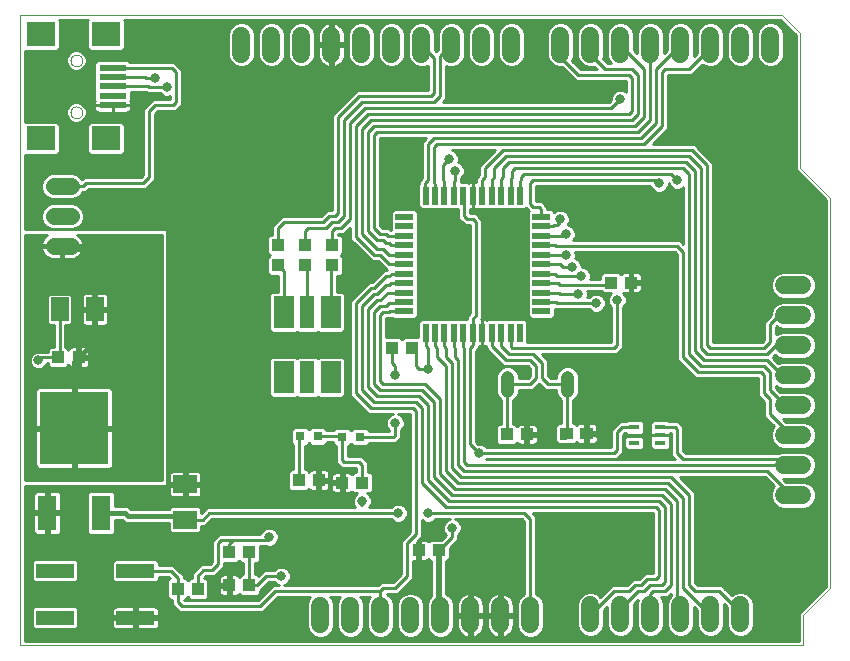
<source format=gtl>
G75*
%MOIN*%
%OFA0B0*%
%FSLAX24Y24*%
%IPPOS*%
%LPD*%
%AMOC8*
5,1,8,0,0,1.08239X$1,22.5*
%
%ADD10C,0.0000*%
%ADD11R,0.0197X0.0591*%
%ADD12R,0.0591X0.0197*%
%ADD13R,0.0394X0.0433*%
%ADD14R,0.0315X0.0315*%
%ADD15R,0.0433X0.0394*%
%ADD16C,0.0440*%
%ADD17R,0.0945X0.0787*%
%ADD18R,0.0909X0.0197*%
%ADD19R,0.2283X0.2441*%
%ADD20R,0.0630X0.1181*%
%ADD21C,0.0560*%
%ADD22R,0.1260X0.0472*%
%ADD23R,0.0787X0.0591*%
%ADD24R,0.0591X0.0787*%
%ADD25R,0.0413X0.0425*%
%ADD26C,0.0600*%
%ADD27R,0.0374X0.0177*%
%ADD28R,0.0669X0.1063*%
%ADD29R,0.0512X0.1063*%
%ADD30C,0.0100*%
%ADD31C,0.0318*%
%ADD32C,0.0160*%
%ADD33C,0.0200*%
D10*
X000459Y000363D02*
X000459Y021363D01*
X025859Y021363D01*
X026459Y020763D01*
X026459Y016263D01*
X027459Y015263D01*
X027459Y002263D01*
X026559Y001363D01*
X026559Y000363D01*
X000459Y000363D01*
X002133Y018125D02*
X002135Y018152D01*
X002141Y018179D01*
X002150Y018205D01*
X002163Y018229D01*
X002179Y018252D01*
X002198Y018271D01*
X002220Y018288D01*
X002244Y018302D01*
X002269Y018312D01*
X002296Y018319D01*
X002323Y018322D01*
X002351Y018321D01*
X002378Y018316D01*
X002404Y018308D01*
X002428Y018296D01*
X002451Y018280D01*
X002472Y018262D01*
X002489Y018241D01*
X002504Y018217D01*
X002515Y018192D01*
X002523Y018166D01*
X002527Y018139D01*
X002527Y018111D01*
X002523Y018084D01*
X002515Y018058D01*
X002504Y018033D01*
X002489Y018009D01*
X002472Y017988D01*
X002451Y017970D01*
X002429Y017954D01*
X002404Y017942D01*
X002378Y017934D01*
X002351Y017929D01*
X002323Y017928D01*
X002296Y017931D01*
X002269Y017938D01*
X002244Y017948D01*
X002220Y017962D01*
X002198Y017979D01*
X002179Y017998D01*
X002163Y018021D01*
X002150Y018045D01*
X002141Y018071D01*
X002135Y018098D01*
X002133Y018125D01*
X002133Y019857D02*
X002135Y019884D01*
X002141Y019911D01*
X002150Y019937D01*
X002163Y019961D01*
X002179Y019984D01*
X002198Y020003D01*
X002220Y020020D01*
X002244Y020034D01*
X002269Y020044D01*
X002296Y020051D01*
X002323Y020054D01*
X002351Y020053D01*
X002378Y020048D01*
X002404Y020040D01*
X002428Y020028D01*
X002451Y020012D01*
X002472Y019994D01*
X002489Y019973D01*
X002504Y019949D01*
X002515Y019924D01*
X002523Y019898D01*
X002527Y019871D01*
X002527Y019843D01*
X002523Y019816D01*
X002515Y019790D01*
X002504Y019765D01*
X002489Y019741D01*
X002472Y019720D01*
X002451Y019702D01*
X002429Y019686D01*
X002404Y019674D01*
X002378Y019666D01*
X002351Y019661D01*
X002323Y019660D01*
X002296Y019663D01*
X002269Y019670D01*
X002244Y019680D01*
X002220Y019694D01*
X002198Y019711D01*
X002179Y019730D01*
X002163Y019753D01*
X002150Y019777D01*
X002141Y019803D01*
X002135Y019830D01*
X002133Y019857D01*
D11*
X013968Y015349D03*
X014283Y015349D03*
X014598Y015349D03*
X014913Y015349D03*
X015228Y015349D03*
X015543Y015349D03*
X015858Y015349D03*
X016173Y015349D03*
X016488Y015349D03*
X016803Y015349D03*
X017118Y015349D03*
X017118Y010782D03*
X016803Y010782D03*
X016488Y010782D03*
X016173Y010782D03*
X015858Y010782D03*
X015543Y010782D03*
X015228Y010782D03*
X014913Y010782D03*
X014598Y010782D03*
X014283Y010782D03*
X013968Y010782D03*
D12*
X013259Y011490D03*
X013259Y011805D03*
X013259Y012120D03*
X013259Y012435D03*
X013259Y012750D03*
X013259Y013065D03*
X013259Y013380D03*
X013259Y013695D03*
X013259Y014010D03*
X013259Y014325D03*
X013259Y014640D03*
X017826Y014640D03*
X017826Y014325D03*
X017826Y014010D03*
X017826Y013695D03*
X017826Y013380D03*
X017826Y013065D03*
X017826Y012750D03*
X017826Y012435D03*
X017826Y012120D03*
X017826Y011805D03*
X017826Y011490D03*
D13*
X013509Y010264D03*
X012840Y010264D03*
X010415Y005861D03*
X009746Y005861D03*
X008093Y003463D03*
X007424Y003463D03*
X007424Y002363D03*
X008093Y002363D03*
X006378Y002253D03*
X005708Y002253D03*
D14*
X009789Y007326D03*
X010380Y007326D03*
X011199Y007307D03*
X011789Y007307D03*
D15*
X011856Y005775D03*
X011187Y005775D03*
X013741Y003533D03*
X014410Y003533D03*
X016676Y007395D03*
X017346Y007395D03*
G36*
X018447Y007612D02*
X018878Y007615D01*
X018881Y007222D01*
X018450Y007219D01*
X018447Y007612D01*
G37*
G36*
X019117Y007617D02*
X019548Y007620D01*
X019551Y007227D01*
X019120Y007224D01*
X019117Y007617D01*
G37*
X020149Y012454D03*
X020818Y012454D03*
X010859Y013028D03*
X010859Y013697D03*
X009959Y013697D03*
X009959Y013028D03*
X009059Y013028D03*
X009059Y013697D03*
D16*
X016698Y009289D02*
X016698Y008849D01*
X018698Y008849D02*
X018698Y009289D01*
D17*
X003314Y017258D03*
X001149Y017258D03*
X001149Y020723D03*
X003314Y020723D03*
D18*
X003536Y019621D03*
X003536Y019306D03*
X003536Y018991D03*
X003536Y018676D03*
X003536Y018361D03*
D19*
X002259Y007600D03*
D20*
X003156Y004773D03*
X001361Y004773D03*
D21*
X001579Y013663D02*
X002139Y013663D01*
X002139Y014663D02*
X001579Y014663D01*
X001579Y015663D02*
X002139Y015663D01*
D22*
X001620Y002850D03*
X001620Y001275D03*
X004297Y001275D03*
X004297Y002850D03*
D23*
X005955Y004554D03*
X005955Y005735D03*
D24*
X002949Y011563D03*
X001768Y011563D03*
D25*
X001714Y009963D03*
X002403Y009963D03*
D26*
X010458Y001669D02*
X010458Y001069D01*
X011458Y001069D02*
X011458Y001669D01*
X012458Y001669D02*
X012458Y001069D01*
X013458Y001069D02*
X013458Y001669D01*
X014458Y001669D02*
X014458Y001069D01*
X015458Y001069D02*
X015458Y001669D01*
X016458Y001669D02*
X016458Y001069D01*
X017458Y001069D02*
X017458Y001669D01*
X019462Y001689D02*
X019462Y001089D01*
X020462Y001089D02*
X020462Y001689D01*
X021462Y001689D02*
X021462Y001089D01*
X022462Y001089D02*
X022462Y001689D01*
X023462Y001689D02*
X023462Y001089D01*
X024462Y001089D02*
X024462Y001689D01*
X025925Y005368D02*
X026525Y005368D01*
X026525Y006368D02*
X025925Y006368D01*
X025925Y007368D02*
X026525Y007368D01*
X026525Y008368D02*
X025925Y008368D01*
X025925Y009368D02*
X026525Y009368D01*
X026525Y010368D02*
X025925Y010368D01*
X025925Y011368D02*
X026525Y011368D01*
X026525Y012368D02*
X025925Y012368D01*
X025462Y020077D02*
X025462Y020677D01*
X024462Y020677D02*
X024462Y020077D01*
X023462Y020077D02*
X023462Y020677D01*
X022462Y020677D02*
X022462Y020077D01*
X021462Y020077D02*
X021462Y020677D01*
X020462Y020677D02*
X020462Y020077D01*
X019462Y020077D02*
X019462Y020677D01*
X018462Y020677D02*
X018462Y020077D01*
X016829Y020077D02*
X016829Y020677D01*
X015829Y020677D02*
X015829Y020077D01*
X014829Y020077D02*
X014829Y020677D01*
X013829Y020677D02*
X013829Y020077D01*
X012829Y020077D02*
X012829Y020677D01*
X011829Y020677D02*
X011829Y020077D01*
X010829Y020077D02*
X010829Y020677D01*
X009829Y020677D02*
X009829Y020077D01*
X008829Y020077D02*
X008829Y020677D01*
X007829Y020677D02*
X007829Y020077D01*
D27*
X020929Y007622D03*
X020929Y007111D03*
X021796Y007111D03*
X021796Y007367D03*
X021796Y007622D03*
D28*
X010803Y009300D03*
X009244Y009300D03*
X009248Y011465D03*
X010803Y011465D03*
D29*
X010027Y011465D03*
X010023Y009300D03*
D30*
X009673Y009949D02*
X009640Y009981D01*
X008847Y009981D01*
X008759Y009893D01*
X008759Y008706D01*
X008847Y008618D01*
X009640Y008618D01*
X009673Y008650D01*
X009705Y008618D01*
X010341Y008618D01*
X010374Y008650D01*
X010406Y008618D01*
X011199Y008618D01*
X011287Y008706D01*
X011287Y009893D01*
X011199Y009981D01*
X010406Y009981D01*
X010374Y009949D01*
X010341Y009981D01*
X009705Y009981D01*
X009673Y009949D01*
X009644Y010783D02*
X008851Y010783D01*
X008763Y010871D01*
X008763Y012059D01*
X008851Y012146D01*
X009048Y012146D01*
X009048Y012681D01*
X008780Y012681D01*
X008692Y012769D01*
X008692Y013287D01*
X008768Y013363D01*
X008692Y013438D01*
X008692Y013956D01*
X008780Y014044D01*
X008859Y014044D01*
X008859Y014345D01*
X009059Y014545D01*
X009176Y014663D01*
X010476Y014663D01*
X010559Y014745D01*
X010676Y014863D01*
X010859Y014863D01*
X010859Y018045D01*
X011676Y018863D01*
X014059Y018863D01*
X014059Y019685D01*
X013919Y019627D01*
X013740Y019627D01*
X013574Y019695D01*
X013448Y019822D01*
X013379Y019987D01*
X013379Y020766D01*
X013448Y020932D01*
X013574Y021058D01*
X013740Y021127D01*
X013919Y021127D01*
X014084Y021058D01*
X014211Y020932D01*
X014279Y020766D01*
X014279Y020210D01*
X014329Y020160D01*
X014379Y020210D01*
X014379Y020766D01*
X014448Y020932D01*
X014574Y021058D01*
X014740Y021127D01*
X014919Y021127D01*
X015084Y021058D01*
X015211Y020932D01*
X015279Y020766D01*
X015279Y019987D01*
X015211Y019822D01*
X015084Y019695D01*
X014919Y019627D01*
X014740Y019627D01*
X014659Y019660D01*
X014659Y018580D01*
X014541Y018463D01*
X014541Y018463D01*
X020076Y018463D01*
X020150Y018536D01*
X020150Y018624D01*
X020197Y018738D01*
X020284Y018825D01*
X020397Y018872D01*
X020520Y018872D01*
X020634Y018825D01*
X020659Y018800D01*
X020659Y019163D01*
X018976Y019163D01*
X018512Y019627D01*
X018373Y019627D01*
X018208Y019695D01*
X018081Y019822D01*
X018012Y019987D01*
X018012Y020766D01*
X018081Y020932D01*
X018208Y021058D01*
X018373Y021127D01*
X018552Y021127D01*
X018717Y021058D01*
X018844Y020932D01*
X018912Y020766D01*
X018912Y019987D01*
X018855Y019849D01*
X019141Y019563D01*
X019676Y019563D01*
X019594Y019644D01*
X019552Y019627D01*
X019373Y019627D01*
X019208Y019695D01*
X019081Y019822D01*
X019012Y019987D01*
X019012Y020766D01*
X019081Y020932D01*
X019208Y021058D01*
X019373Y021127D01*
X019552Y021127D01*
X019717Y021058D01*
X019844Y020932D01*
X019912Y020766D01*
X019912Y019987D01*
X019884Y019920D01*
X020041Y019763D01*
X020140Y019763D01*
X020081Y019822D01*
X020012Y019987D01*
X020012Y020766D01*
X020081Y020932D01*
X020208Y021058D01*
X020373Y021127D01*
X020552Y021127D01*
X020717Y021058D01*
X020844Y020932D01*
X020912Y020766D01*
X020912Y020210D01*
X021012Y020110D01*
X021012Y020766D01*
X021081Y020932D01*
X021208Y021058D01*
X021373Y021127D01*
X021552Y021127D01*
X021717Y021058D01*
X021844Y020932D01*
X021912Y020766D01*
X021912Y020099D01*
X022012Y020199D01*
X022012Y020766D01*
X022081Y020932D01*
X022208Y021058D01*
X022373Y021127D01*
X022552Y021127D01*
X022717Y021058D01*
X022844Y020932D01*
X022912Y020766D01*
X022912Y019999D01*
X023012Y020099D01*
X023012Y020766D01*
X023081Y020932D01*
X023208Y021058D01*
X023373Y021127D01*
X023552Y021127D01*
X023717Y021058D01*
X023844Y020932D01*
X023912Y020766D01*
X023912Y019987D01*
X023844Y019822D01*
X023717Y019695D01*
X023552Y019627D01*
X023373Y019627D01*
X023208Y019695D01*
X023191Y019712D01*
X022959Y019480D01*
X022959Y019480D01*
X022841Y019363D01*
X022059Y019363D01*
X022059Y017580D01*
X021941Y017463D01*
X021541Y017063D01*
X022941Y017063D01*
X023059Y016945D01*
X023559Y016445D01*
X023559Y010463D01*
X025176Y010463D01*
X025259Y010545D01*
X025259Y011145D01*
X025475Y011362D01*
X025475Y011458D01*
X025544Y011623D01*
X025671Y011750D01*
X025836Y011818D01*
X026615Y011818D01*
X026780Y011750D01*
X026907Y011623D01*
X026975Y011458D01*
X026975Y011279D01*
X026907Y011114D01*
X026780Y010987D01*
X026615Y010918D01*
X025836Y010918D01*
X025671Y010987D01*
X025668Y010989D01*
X025659Y010980D01*
X025659Y010738D01*
X025671Y010750D01*
X025836Y010818D01*
X026615Y010818D01*
X026780Y010750D01*
X026907Y010623D01*
X026975Y010458D01*
X026975Y010279D01*
X026907Y010114D01*
X026780Y009987D01*
X026615Y009918D01*
X025836Y009918D01*
X025671Y009987D01*
X025618Y010039D01*
X025559Y009980D01*
X025541Y009963D01*
X025559Y009945D01*
X025730Y009774D01*
X025836Y009818D01*
X026615Y009818D01*
X026780Y009750D01*
X026907Y009623D01*
X026975Y009458D01*
X026975Y009279D01*
X026907Y009114D01*
X027309Y009114D01*
X027309Y009016D02*
X026809Y009016D01*
X026780Y008987D02*
X026907Y009114D01*
X026948Y009213D02*
X027309Y009213D01*
X027309Y009311D02*
X026975Y009311D01*
X026975Y009410D02*
X027309Y009410D01*
X027309Y009508D02*
X026955Y009508D01*
X026914Y009607D02*
X027309Y009607D01*
X027309Y009705D02*
X026825Y009705D01*
X026651Y009804D02*
X027309Y009804D01*
X027309Y009902D02*
X025602Y009902D01*
X025579Y010001D02*
X025657Y010001D01*
X025700Y009804D02*
X025800Y009804D01*
X025853Y009368D02*
X026225Y009368D01*
X026220Y009363D01*
X025853Y009368D02*
X025359Y009863D01*
X023259Y009863D01*
X022959Y010163D01*
X022959Y016163D01*
X022659Y016463D01*
X016759Y016463D01*
X016559Y016263D01*
X016559Y015963D01*
X016488Y015892D01*
X016488Y015349D01*
X016803Y015349D02*
X016803Y015907D01*
X016859Y015963D01*
X016859Y016163D01*
X016959Y016263D01*
X022559Y016263D01*
X022759Y016063D01*
X022759Y010063D01*
X023159Y009663D01*
X025259Y009663D01*
X025459Y009463D01*
X025459Y008863D01*
X025953Y008368D01*
X026225Y008368D01*
X025886Y007918D02*
X026615Y007918D01*
X026780Y007987D01*
X026907Y008114D01*
X026975Y008279D01*
X026975Y008458D01*
X026907Y008623D01*
X026780Y008750D01*
X026615Y008818D01*
X025836Y008818D01*
X025800Y008804D01*
X025659Y008945D01*
X025659Y008999D01*
X025671Y008987D01*
X025836Y008918D01*
X026615Y008918D01*
X026780Y008987D01*
X026810Y008720D02*
X027309Y008720D01*
X027309Y008622D02*
X026908Y008622D01*
X026948Y008523D02*
X027309Y008523D01*
X027309Y008425D02*
X026975Y008425D01*
X026975Y008326D02*
X027309Y008326D01*
X027309Y008228D02*
X026954Y008228D01*
X026913Y008129D02*
X027309Y008129D01*
X027309Y008031D02*
X026824Y008031D01*
X026648Y007932D02*
X027309Y007932D01*
X027309Y007834D02*
X025970Y007834D01*
X025986Y007818D02*
X025886Y007918D01*
X025986Y007818D02*
X026615Y007818D01*
X026780Y007750D01*
X026907Y007623D01*
X026975Y007458D01*
X026975Y007279D01*
X026907Y007114D01*
X026780Y006987D01*
X026615Y006918D01*
X025836Y006918D01*
X025671Y006987D01*
X025544Y007114D01*
X025475Y007279D01*
X025475Y007458D01*
X025544Y007623D01*
X025579Y007659D01*
X025259Y007980D01*
X025259Y008480D01*
X025059Y008680D01*
X025059Y009263D01*
X022976Y009263D01*
X022859Y009380D01*
X022359Y009880D01*
X022359Y013380D01*
X022276Y013463D01*
X018952Y013463D01*
X018968Y013424D01*
X018968Y013301D01*
X018950Y013259D01*
X019034Y013225D01*
X019121Y013138D01*
X019168Y013024D01*
X019168Y012972D01*
X019220Y012972D01*
X019334Y012925D01*
X019421Y012838D01*
X019468Y012724D01*
X019468Y012601D01*
X019452Y012563D01*
X019782Y012563D01*
X019782Y012713D01*
X019870Y012801D01*
X020427Y012801D01*
X020483Y012745D01*
X020509Y012771D01*
X020543Y012791D01*
X020582Y012801D01*
X020769Y012801D01*
X020769Y012503D01*
X020866Y012503D01*
X020866Y012801D01*
X021054Y012801D01*
X021092Y012791D01*
X021127Y012771D01*
X021154Y012743D01*
X021174Y012709D01*
X021184Y012671D01*
X021184Y012503D01*
X020866Y012503D01*
X020866Y012406D01*
X020866Y012107D01*
X021054Y012107D01*
X021092Y012118D01*
X021127Y012137D01*
X021154Y012165D01*
X021174Y012199D01*
X021184Y012238D01*
X021184Y012406D01*
X020866Y012406D01*
X020769Y012406D01*
X020769Y012107D01*
X020582Y012107D01*
X020543Y012118D01*
X020537Y012121D01*
X020621Y012038D01*
X020668Y011924D01*
X020668Y011801D01*
X020621Y011688D01*
X020559Y011626D01*
X020559Y010280D01*
X020441Y010163D01*
X020341Y010063D01*
X017841Y010063D01*
X017941Y009963D01*
X018059Y009845D01*
X018059Y009345D01*
X018141Y009263D01*
X018328Y009263D01*
X018328Y009362D01*
X018384Y009498D01*
X018488Y009602D01*
X018624Y009659D01*
X018772Y009659D01*
X018908Y009602D01*
X019012Y009498D01*
X019068Y009362D01*
X019068Y008775D01*
X019012Y008639D01*
X018908Y008535D01*
X018898Y008531D01*
X018898Y007766D01*
X018941Y007766D01*
X018997Y007711D01*
X019023Y007737D01*
X019057Y007757D01*
X019095Y007767D01*
X019283Y007769D01*
X019285Y007470D01*
X019382Y007471D01*
X019700Y007473D01*
X019699Y007641D01*
X019688Y007679D01*
X019668Y007713D01*
X019640Y007741D01*
X019606Y007761D01*
X019567Y007771D01*
X019380Y007769D01*
X019382Y007471D01*
X019382Y007374D01*
X019384Y007076D01*
X019572Y007077D01*
X019610Y007087D01*
X019644Y007107D01*
X019672Y007136D01*
X019692Y007170D01*
X019702Y007208D01*
X019700Y007376D01*
X019382Y007374D01*
X019286Y007373D01*
X019288Y007075D01*
X019100Y007074D01*
X019062Y007084D01*
X019027Y007103D01*
X019001Y007129D01*
X018945Y007073D01*
X018388Y007069D01*
X018300Y007156D01*
X018296Y007674D01*
X018383Y007762D01*
X018498Y007763D01*
X018498Y008531D01*
X018488Y008535D01*
X018384Y008639D01*
X018328Y008775D01*
X018328Y008863D01*
X017976Y008863D01*
X017859Y008980D01*
X017759Y009080D01*
X017659Y008980D01*
X017541Y008863D01*
X017068Y008863D01*
X017068Y008775D01*
X017012Y008639D01*
X016908Y008535D01*
X016876Y008522D01*
X016876Y007742D01*
X016955Y007742D01*
X017011Y007686D01*
X017037Y007712D01*
X017071Y007731D01*
X017109Y007742D01*
X017297Y007742D01*
X017297Y007443D01*
X017394Y007443D01*
X017712Y007443D01*
X017712Y007611D01*
X017702Y007650D01*
X017682Y007684D01*
X017654Y007712D01*
X017620Y007731D01*
X017582Y007742D01*
X017394Y007742D01*
X017394Y007443D01*
X017394Y007346D01*
X017394Y007048D01*
X017582Y007048D01*
X017620Y007058D01*
X017654Y007078D01*
X017682Y007106D01*
X017702Y007140D01*
X017712Y007178D01*
X017712Y007346D01*
X017394Y007346D01*
X017297Y007346D01*
X017297Y007048D01*
X017109Y007048D01*
X017071Y007058D01*
X017037Y007078D01*
X017011Y007104D01*
X016955Y007048D01*
X016398Y007048D01*
X016310Y007136D01*
X016310Y007654D01*
X016398Y007742D01*
X016476Y007742D01*
X016476Y008547D01*
X016384Y008639D01*
X016328Y008775D01*
X016328Y009362D01*
X016384Y009498D01*
X016488Y009602D01*
X016624Y009659D01*
X016772Y009659D01*
X016908Y009602D01*
X017012Y009498D01*
X017068Y009362D01*
X017068Y009263D01*
X017376Y009263D01*
X017459Y009345D01*
X017459Y009580D01*
X017376Y009663D01*
X016576Y009663D01*
X016459Y009780D01*
X015973Y010266D01*
X015973Y010337D01*
X015858Y010337D01*
X015858Y010782D01*
X015858Y010782D01*
X015858Y011227D01*
X015976Y011227D01*
X016004Y011219D01*
X016012Y011227D01*
X017278Y011227D01*
X017366Y011139D01*
X017366Y010463D01*
X020159Y010463D01*
X020159Y011626D01*
X020097Y011688D01*
X020050Y011801D01*
X020050Y011924D01*
X020097Y012038D01*
X020166Y012107D01*
X019870Y012107D01*
X019815Y012163D01*
X019352Y012163D01*
X019368Y012124D01*
X019368Y012001D01*
X019352Y011963D01*
X019422Y011963D01*
X019484Y012025D01*
X019597Y012072D01*
X019720Y012072D01*
X019834Y012025D01*
X019921Y011938D01*
X019968Y011824D01*
X019968Y011701D01*
X019921Y011588D01*
X019834Y011501D01*
X019720Y011454D01*
X019597Y011454D01*
X019484Y011501D01*
X019422Y011563D01*
X018276Y011563D01*
X018271Y011567D01*
X018271Y011330D01*
X018184Y011242D01*
X017469Y011242D01*
X017381Y011330D01*
X017381Y014801D01*
X017409Y014829D01*
X017376Y014863D01*
X017306Y014932D01*
X017278Y014903D01*
X015697Y014903D01*
X015689Y014911D01*
X015661Y014903D01*
X015543Y014903D01*
X015543Y015349D01*
X015543Y015349D01*
X015543Y015794D01*
X015658Y015794D01*
X015658Y015945D01*
X015759Y016045D01*
X015759Y016180D01*
X015759Y016345D01*
X016276Y016863D01*
X014842Y016863D01*
X014934Y016825D01*
X015021Y016738D01*
X015068Y016624D01*
X015068Y016501D01*
X015050Y016459D01*
X015134Y016425D01*
X015221Y016338D01*
X015268Y016224D01*
X015268Y016101D01*
X015221Y015988D01*
X015159Y015926D01*
X015159Y015794D01*
X015388Y015794D01*
X015396Y015786D01*
X015425Y015794D01*
X015543Y015794D01*
X015543Y015349D01*
X015543Y015349D01*
X015543Y014903D01*
X015459Y014903D01*
X015459Y014763D01*
X015641Y014763D01*
X015759Y014645D01*
X015759Y014645D01*
X015859Y014545D01*
X015859Y011280D01*
X015806Y011227D01*
X015858Y011227D01*
X015858Y010782D01*
X015858Y010782D01*
X015858Y010337D01*
X015759Y010337D01*
X015759Y010280D01*
X015659Y010180D01*
X015659Y007145D01*
X015732Y007072D01*
X015820Y007072D01*
X015934Y007025D01*
X015996Y006963D01*
X020159Y006963D01*
X020159Y007545D01*
X020276Y007663D01*
X020276Y007663D01*
X020436Y007822D01*
X020642Y007822D01*
X020680Y007861D01*
X021179Y007861D01*
X021266Y007773D01*
X021266Y007472D01*
X021179Y007384D01*
X020680Y007384D01*
X020642Y007422D01*
X020601Y007422D01*
X020559Y007380D01*
X020559Y006780D01*
X020459Y006680D01*
X020341Y006563D01*
X015996Y006563D01*
X015996Y006563D01*
X022276Y006563D01*
X022159Y006680D01*
X022159Y007422D01*
X022133Y007422D01*
X022133Y007367D01*
X021796Y007367D01*
X021796Y007367D01*
X022133Y007367D01*
X022133Y006960D01*
X022045Y006872D01*
X021546Y006872D01*
X021459Y006960D01*
X021459Y007367D01*
X021796Y007367D01*
X021796Y007367D01*
X021459Y007367D01*
X021459Y007475D01*
X021459Y007773D01*
X021546Y007861D01*
X022045Y007861D01*
X022083Y007822D01*
X022382Y007822D01*
X022441Y007763D01*
X022559Y007645D01*
X022559Y006845D01*
X022641Y006763D01*
X025701Y006763D01*
X025836Y006818D01*
X026615Y006818D01*
X026780Y006750D01*
X027309Y006750D01*
X027309Y006652D02*
X026879Y006652D01*
X026907Y006623D02*
X026780Y006750D01*
X026907Y006623D02*
X026975Y006458D01*
X026975Y006279D01*
X026907Y006114D01*
X026780Y005987D01*
X026615Y005918D01*
X025886Y005918D01*
X025986Y005818D01*
X026615Y005818D01*
X026780Y005750D01*
X026907Y005623D01*
X026975Y005458D01*
X026975Y005279D01*
X026907Y005114D01*
X026780Y004987D01*
X026615Y004918D01*
X025836Y004918D01*
X025671Y004987D01*
X025544Y005114D01*
X025475Y005279D01*
X025475Y005458D01*
X025544Y005623D01*
X025579Y005659D01*
X025276Y005963D01*
X022441Y005963D01*
X022841Y005563D01*
X022959Y005445D01*
X022959Y002445D01*
X023041Y002363D01*
X023841Y002363D01*
X023959Y002245D01*
X023959Y002245D01*
X024171Y002033D01*
X024208Y002070D01*
X024373Y002139D01*
X024552Y002139D01*
X024717Y002070D01*
X024844Y001943D01*
X024912Y001778D01*
X024912Y000999D01*
X024844Y000834D01*
X024717Y000707D01*
X024552Y000639D01*
X024373Y000639D01*
X024208Y000707D01*
X024081Y000834D01*
X024012Y000999D01*
X024012Y001626D01*
X023912Y001726D01*
X023912Y000999D01*
X023844Y000834D01*
X023717Y000707D01*
X023552Y000639D01*
X023373Y000639D01*
X023208Y000707D01*
X023081Y000834D01*
X023012Y000999D01*
X023012Y001526D01*
X022912Y001626D01*
X022912Y000999D01*
X022844Y000834D01*
X022717Y000707D01*
X022552Y000639D01*
X022373Y000639D01*
X022208Y000707D01*
X022081Y000834D01*
X022012Y000999D01*
X022012Y001778D01*
X022081Y001943D01*
X022159Y002021D01*
X022159Y002080D01*
X022159Y002080D01*
X022041Y001963D01*
X021825Y001963D01*
X021844Y001943D01*
X021912Y001778D01*
X021912Y000999D01*
X021844Y000834D01*
X021717Y000707D01*
X021552Y000639D01*
X021373Y000639D01*
X021208Y000707D01*
X021081Y000834D01*
X021012Y000999D01*
X021012Y001778D01*
X021052Y001873D01*
X020912Y001734D01*
X020912Y000999D01*
X020844Y000834D01*
X020717Y000707D01*
X020552Y000639D01*
X020373Y000639D01*
X020208Y000707D01*
X020081Y000834D01*
X020012Y000999D01*
X020012Y001634D01*
X019912Y001534D01*
X019912Y000999D01*
X019844Y000834D01*
X019717Y000707D01*
X019552Y000639D01*
X019373Y000639D01*
X019208Y000707D01*
X019081Y000834D01*
X019012Y000999D01*
X019012Y001778D01*
X019081Y001943D01*
X019208Y002070D01*
X019373Y002139D01*
X019552Y002139D01*
X019717Y002070D01*
X019800Y001987D01*
X020176Y002363D01*
X020676Y002363D01*
X020876Y002563D01*
X021076Y002563D01*
X021276Y002763D01*
X021559Y002763D01*
X021559Y004763D01*
X017541Y004763D01*
X017658Y004646D01*
X017658Y002073D01*
X017713Y002050D01*
X017840Y001924D01*
X017908Y001758D01*
X017908Y000979D01*
X017840Y000814D01*
X017713Y000687D01*
X017548Y000619D01*
X017369Y000619D01*
X017203Y000687D01*
X017077Y000814D01*
X017008Y000979D01*
X017008Y001758D01*
X017077Y001924D01*
X016829Y001924D01*
X016843Y001905D02*
X016801Y001962D01*
X016751Y002012D01*
X016694Y002054D01*
X016631Y002086D01*
X016563Y002108D01*
X016508Y002116D01*
X016508Y001419D01*
X016408Y001419D01*
X016408Y002116D01*
X016353Y002108D01*
X016285Y002086D01*
X016222Y002054D01*
X016165Y002012D01*
X016115Y001962D01*
X016073Y001905D01*
X016041Y001841D01*
X016019Y001774D01*
X016008Y001704D01*
X016008Y001419D01*
X016408Y001419D01*
X016408Y001319D01*
X016008Y001319D01*
X016008Y001033D01*
X016019Y000963D01*
X016041Y000896D01*
X016073Y000833D01*
X016115Y000776D01*
X016165Y000725D01*
X016222Y000684D01*
X016285Y000652D01*
X016353Y000630D01*
X016408Y000621D01*
X016408Y001319D01*
X016508Y001319D01*
X016508Y001419D01*
X016908Y001419D01*
X016908Y001704D01*
X016897Y001774D01*
X016875Y001841D01*
X016843Y001905D01*
X016880Y001825D02*
X017036Y001825D01*
X017008Y001727D02*
X016904Y001727D01*
X016908Y001628D02*
X017008Y001628D01*
X017008Y001530D02*
X016908Y001530D01*
X016908Y001431D02*
X017008Y001431D01*
X017008Y001333D02*
X016508Y001333D01*
X016508Y001319D02*
X016908Y001319D01*
X016908Y001033D01*
X016897Y000963D01*
X016875Y000896D01*
X016843Y000833D01*
X016801Y000776D01*
X016751Y000725D01*
X016694Y000684D01*
X016631Y000652D01*
X016563Y000630D01*
X016508Y000621D01*
X016508Y001319D01*
X016508Y001234D02*
X016408Y001234D01*
X016408Y001136D02*
X016508Y001136D01*
X016508Y001037D02*
X016408Y001037D01*
X016408Y000939D02*
X016508Y000939D01*
X016508Y000840D02*
X016408Y000840D01*
X016408Y000742D02*
X016508Y000742D01*
X016508Y000643D02*
X016408Y000643D01*
X016312Y000643D02*
X015604Y000643D01*
X015631Y000652D02*
X015563Y000630D01*
X015508Y000621D01*
X015508Y001319D01*
X015508Y001419D01*
X015408Y001419D01*
X015408Y002116D01*
X015353Y002108D01*
X015285Y002086D01*
X015222Y002054D01*
X015165Y002012D01*
X015115Y001962D01*
X015073Y001905D01*
X015041Y001841D01*
X015019Y001774D01*
X015008Y001704D01*
X015008Y001419D01*
X015408Y001419D01*
X015408Y001319D01*
X015008Y001319D01*
X015008Y001033D01*
X015019Y000963D01*
X015041Y000896D01*
X015073Y000833D01*
X015115Y000776D01*
X015165Y000725D01*
X015222Y000684D01*
X015285Y000652D01*
X015353Y000630D01*
X015408Y000621D01*
X015408Y001319D01*
X015508Y001319D01*
X015908Y001319D01*
X015908Y001033D01*
X015897Y000963D01*
X015875Y000896D01*
X015843Y000833D01*
X015801Y000776D01*
X015751Y000725D01*
X015694Y000684D01*
X015631Y000652D01*
X015508Y000643D02*
X015408Y000643D01*
X015312Y000643D02*
X014606Y000643D01*
X014548Y000619D02*
X014713Y000687D01*
X014840Y000814D01*
X014908Y000979D01*
X014908Y001758D01*
X014840Y001924D01*
X014713Y002050D01*
X014660Y002072D01*
X014660Y003187D01*
X014689Y003187D01*
X014777Y003274D01*
X014777Y003617D01*
X014941Y003782D01*
X015059Y003899D01*
X015059Y004026D01*
X015121Y004088D01*
X015168Y004201D01*
X015168Y004324D01*
X015121Y004438D01*
X015034Y004525D01*
X014942Y004563D01*
X017176Y004563D01*
X017258Y004480D01*
X017258Y002073D01*
X017203Y002050D01*
X017077Y001924D01*
X017175Y002022D02*
X016737Y002022D01*
X016508Y002022D02*
X016408Y002022D01*
X016408Y001924D02*
X016508Y001924D01*
X016508Y001825D02*
X016408Y001825D01*
X016408Y001727D02*
X016508Y001727D01*
X016508Y001628D02*
X016408Y001628D01*
X016408Y001530D02*
X016508Y001530D01*
X016508Y001431D02*
X016408Y001431D01*
X016408Y001333D02*
X015508Y001333D01*
X015508Y001419D02*
X015908Y001419D01*
X015908Y001704D01*
X015897Y001774D01*
X015875Y001841D01*
X015843Y001905D01*
X015801Y001962D01*
X015751Y002012D01*
X015694Y002054D01*
X015631Y002086D01*
X015563Y002108D01*
X015508Y002116D01*
X015508Y001419D01*
X015508Y001431D02*
X015408Y001431D01*
X015408Y001333D02*
X014908Y001333D01*
X014908Y001431D02*
X015008Y001431D01*
X015008Y001530D02*
X014908Y001530D01*
X014908Y001628D02*
X015008Y001628D01*
X015012Y001727D02*
X014908Y001727D01*
X014880Y001825D02*
X015036Y001825D01*
X015087Y001924D02*
X014839Y001924D01*
X014741Y002022D02*
X015179Y002022D01*
X015408Y002022D02*
X015508Y002022D01*
X015508Y001924D02*
X015408Y001924D01*
X015408Y001825D02*
X015508Y001825D01*
X015508Y001727D02*
X015408Y001727D01*
X015408Y001628D02*
X015508Y001628D01*
X015508Y001530D02*
X015408Y001530D01*
X015408Y001234D02*
X015508Y001234D01*
X015508Y001136D02*
X015408Y001136D01*
X015408Y001037D02*
X015508Y001037D01*
X015508Y000939D02*
X015408Y000939D01*
X015408Y000840D02*
X015508Y000840D01*
X015508Y000742D02*
X015408Y000742D01*
X015149Y000742D02*
X014767Y000742D01*
X014850Y000840D02*
X015069Y000840D01*
X015027Y000939D02*
X014891Y000939D01*
X014908Y001037D02*
X015008Y001037D01*
X015008Y001136D02*
X014908Y001136D01*
X014908Y001234D02*
X015008Y001234D01*
X014548Y000619D02*
X014369Y000619D01*
X014203Y000687D01*
X014077Y000814D01*
X014008Y000979D01*
X014008Y001758D01*
X014077Y001924D01*
X013839Y001924D01*
X013840Y001924D02*
X013713Y002050D01*
X013548Y002119D01*
X013369Y002119D01*
X013203Y002050D01*
X013077Y001924D01*
X012839Y001924D01*
X012840Y001924D02*
X012713Y002050D01*
X012683Y002063D01*
X013041Y002063D01*
X013159Y002180D01*
X013559Y002580D01*
X013559Y003187D01*
X013692Y003187D01*
X013692Y003485D01*
X013789Y003485D01*
X013789Y003187D01*
X013977Y003187D01*
X014015Y003197D01*
X014050Y003217D01*
X014076Y003243D01*
X014132Y003187D01*
X014160Y003187D01*
X014160Y002007D01*
X014077Y001924D01*
X014036Y001825D02*
X013880Y001825D01*
X013908Y001758D02*
X013840Y001924D01*
X013741Y002022D02*
X014160Y002022D01*
X014160Y002121D02*
X013099Y002121D01*
X013175Y002022D02*
X012741Y002022D01*
X012840Y001924D02*
X012908Y001758D01*
X012908Y000979D01*
X012840Y000814D01*
X012713Y000687D01*
X012548Y000619D01*
X012369Y000619D01*
X012203Y000687D01*
X012077Y000814D01*
X012008Y000979D01*
X012008Y001758D01*
X012077Y001924D01*
X011839Y001924D01*
X011840Y001924D02*
X011800Y001963D01*
X012116Y001963D01*
X012077Y001924D01*
X012036Y001825D02*
X011880Y001825D01*
X011908Y001758D02*
X011840Y001924D01*
X011908Y001758D02*
X011908Y000979D01*
X011840Y000814D01*
X011713Y000687D01*
X011548Y000619D01*
X011369Y000619D01*
X011203Y000687D01*
X011077Y000814D01*
X011008Y000979D01*
X011008Y001758D01*
X011077Y001924D01*
X010839Y001924D01*
X010840Y001924D02*
X010800Y001963D01*
X011116Y001963D01*
X011077Y001924D01*
X011036Y001825D02*
X010880Y001825D01*
X010908Y001758D02*
X010840Y001924D01*
X010908Y001758D02*
X010908Y000979D01*
X010840Y000814D01*
X010713Y000687D01*
X010548Y000619D01*
X010369Y000619D01*
X010203Y000687D01*
X010077Y000814D01*
X010008Y000979D01*
X010008Y001758D01*
X010077Y001924D01*
X009002Y001924D01*
X009041Y001963D02*
X008659Y001580D01*
X008541Y001463D01*
X005776Y001463D01*
X005626Y001613D01*
X005508Y001730D01*
X005508Y001886D01*
X005449Y001886D01*
X005362Y001974D01*
X005362Y002531D01*
X005434Y002604D01*
X005388Y002650D01*
X005077Y002650D01*
X005077Y002552D01*
X004989Y002464D01*
X003605Y002464D01*
X003517Y002552D01*
X003517Y003148D01*
X003605Y003236D01*
X004989Y003236D01*
X005077Y003148D01*
X005077Y003050D01*
X005554Y003050D01*
X005791Y002813D01*
X005908Y002696D01*
X005908Y002619D01*
X005967Y002619D01*
X006043Y002543D01*
X006119Y002619D01*
X006178Y002619D01*
X006178Y002765D01*
X006359Y002945D01*
X006476Y003063D01*
X006776Y003063D01*
X006859Y003145D01*
X006859Y003845D01*
X006959Y003945D01*
X007076Y004063D01*
X008466Y004063D01*
X008497Y004138D01*
X008584Y004225D01*
X008697Y004272D01*
X008820Y004272D01*
X008934Y004225D01*
X009021Y004138D01*
X009068Y004024D01*
X009068Y003901D01*
X009021Y003788D01*
X008934Y003701D01*
X008820Y003654D01*
X008697Y003654D01*
X008675Y003663D01*
X008440Y003663D01*
X008440Y003184D01*
X008352Y003096D01*
X008293Y003096D01*
X008293Y002729D01*
X008352Y002729D01*
X008397Y002684D01*
X008576Y002863D01*
X008922Y002863D01*
X008984Y002925D01*
X009097Y002972D01*
X009220Y002972D01*
X009334Y002925D01*
X009421Y002838D01*
X009468Y002724D01*
X009468Y002601D01*
X009421Y002488D01*
X009334Y002401D01*
X009242Y002363D01*
X012376Y002363D01*
X012476Y002463D01*
X012876Y002463D01*
X013159Y002745D01*
X013159Y003845D01*
X013276Y003963D01*
X013459Y004145D01*
X013459Y008063D01*
X013042Y008063D01*
X013134Y008025D01*
X013221Y007938D01*
X013268Y007824D01*
X013268Y007701D01*
X013221Y007588D01*
X013159Y007526D01*
X013159Y007280D01*
X013041Y007163D01*
X012986Y007107D01*
X012097Y007107D01*
X012097Y007087D01*
X012009Y007000D01*
X011570Y007000D01*
X011494Y007075D01*
X011418Y007000D01*
X011399Y007000D01*
X011399Y006663D01*
X011841Y006663D01*
X011941Y006563D01*
X012059Y006445D01*
X012059Y006122D01*
X012135Y006122D01*
X012223Y006034D01*
X012223Y005516D01*
X012135Y005428D01*
X012024Y005428D01*
X012034Y005425D01*
X012121Y005338D01*
X012168Y005224D01*
X012168Y005101D01*
X012121Y004988D01*
X012096Y004963D01*
X012822Y004963D01*
X012884Y005025D01*
X012997Y005072D01*
X013120Y005072D01*
X013234Y005025D01*
X013321Y004938D01*
X013368Y004824D01*
X013368Y004701D01*
X013321Y004588D01*
X013234Y004501D01*
X013120Y004454D01*
X012997Y004454D01*
X012884Y004501D01*
X012822Y004563D01*
X006841Y004563D01*
X006633Y004354D01*
X006499Y004354D01*
X006499Y004196D01*
X006411Y004109D01*
X005499Y004109D01*
X005411Y004196D01*
X005411Y004433D01*
X003963Y004433D01*
X003853Y004543D01*
X003621Y004543D01*
X003621Y004120D01*
X003533Y004032D01*
X002779Y004032D01*
X002691Y004120D01*
X002691Y005426D01*
X002779Y005513D01*
X003533Y005513D01*
X003621Y005426D01*
X003621Y005003D01*
X004044Y005003D01*
X004154Y004893D01*
X005411Y004893D01*
X005411Y004911D01*
X005499Y004999D01*
X006411Y004999D01*
X006499Y004911D01*
X006499Y004786D01*
X006559Y004845D01*
X006676Y004963D01*
X011622Y004963D01*
X011597Y004988D01*
X011550Y005101D01*
X011550Y005224D01*
X011597Y005338D01*
X011684Y005425D01*
X011693Y005428D01*
X011578Y005428D01*
X011522Y005484D01*
X011496Y005458D01*
X011462Y005439D01*
X011423Y005428D01*
X011236Y005428D01*
X011236Y005727D01*
X011139Y005727D01*
X011139Y005428D01*
X010951Y005428D01*
X010913Y005439D01*
X010879Y005458D01*
X010851Y005486D01*
X010831Y005521D01*
X010821Y005559D01*
X010821Y005727D01*
X011139Y005727D01*
X011139Y005824D01*
X011139Y006122D01*
X010951Y006122D01*
X010913Y006112D01*
X010879Y006092D01*
X010851Y006064D01*
X010831Y006030D01*
X010821Y005992D01*
X010821Y005824D01*
X011139Y005824D01*
X011236Y005824D01*
X011236Y006122D01*
X011423Y006122D01*
X011462Y006112D01*
X011496Y006092D01*
X011522Y006066D01*
X011578Y006122D01*
X011659Y006122D01*
X011659Y006263D01*
X011176Y006263D01*
X011059Y006380D01*
X010999Y006440D01*
X010999Y007000D01*
X010979Y007000D01*
X010891Y007087D01*
X010891Y007126D01*
X010687Y007126D01*
X010687Y007106D01*
X010599Y007019D01*
X010160Y007019D01*
X010084Y007094D01*
X010009Y007019D01*
X009946Y007019D01*
X009946Y006228D01*
X010005Y006228D01*
X010086Y006147D01*
X010099Y006170D01*
X010126Y006198D01*
X010161Y006217D01*
X010199Y006228D01*
X010367Y006228D01*
X010367Y005910D01*
X010464Y005910D01*
X010464Y006228D01*
X010632Y006228D01*
X010670Y006217D01*
X010704Y006198D01*
X010732Y006170D01*
X010752Y006136D01*
X010762Y006097D01*
X010762Y005910D01*
X010464Y005910D01*
X010464Y005813D01*
X010762Y005813D01*
X010762Y005625D01*
X010752Y005587D01*
X010732Y005553D01*
X010704Y005525D01*
X010670Y005505D01*
X010632Y005495D01*
X010464Y005495D01*
X010464Y005813D01*
X010367Y005813D01*
X010367Y005495D01*
X010199Y005495D01*
X010161Y005505D01*
X010126Y005525D01*
X010099Y005553D01*
X010086Y005575D01*
X010005Y005495D01*
X009487Y005495D01*
X009399Y005582D01*
X009399Y006140D01*
X009487Y006228D01*
X009546Y006228D01*
X009546Y007042D01*
X009482Y007106D01*
X009482Y007546D01*
X009569Y007634D01*
X010009Y007634D01*
X010084Y007558D01*
X010160Y007634D01*
X010599Y007634D01*
X010687Y007546D01*
X010687Y007526D01*
X010891Y007526D01*
X010891Y007527D01*
X010979Y007615D01*
X011418Y007615D01*
X011494Y007539D01*
X011570Y007615D01*
X012009Y007615D01*
X012097Y007527D01*
X012097Y007507D01*
X012759Y007507D01*
X012759Y007526D01*
X012697Y007588D01*
X012650Y007701D01*
X012650Y007824D01*
X012697Y007938D01*
X012784Y008025D01*
X012875Y008063D01*
X012076Y008063D01*
X011959Y008180D01*
X011459Y008680D01*
X011459Y011845D01*
X011959Y012345D01*
X012076Y012463D01*
X012176Y012463D01*
X011003Y012463D01*
X011003Y012365D02*
X011978Y012365D01*
X011879Y012266D02*
X011003Y012266D01*
X011003Y012168D02*
X011781Y012168D01*
X011682Y012069D02*
X011277Y012069D01*
X011287Y012059D02*
X011199Y012146D01*
X011003Y012146D01*
X011003Y012681D01*
X011137Y012681D01*
X011225Y012769D01*
X011225Y013287D01*
X011149Y013363D01*
X011225Y013438D01*
X011225Y013956D01*
X011137Y014044D01*
X011059Y014044D01*
X011059Y014063D01*
X011241Y014063D01*
X011459Y014280D01*
X011459Y013880D01*
X011576Y013763D01*
X012176Y013163D01*
X012376Y013163D01*
X012673Y012865D01*
X012678Y012865D01*
X012676Y012863D01*
X012576Y012863D01*
X012459Y012745D01*
X012176Y012463D01*
X012275Y012562D02*
X011003Y012562D01*
X011003Y012660D02*
X012373Y012660D01*
X012459Y012745D02*
X012459Y012745D01*
X012472Y012759D02*
X011215Y012759D01*
X011225Y012857D02*
X012570Y012857D01*
X012583Y012956D02*
X011225Y012956D01*
X011225Y013054D02*
X012484Y013054D01*
X012386Y013153D02*
X011225Y013153D01*
X011225Y013251D02*
X012087Y013251D01*
X011989Y013350D02*
X011162Y013350D01*
X011225Y013448D02*
X011890Y013448D01*
X011792Y013547D02*
X011225Y013547D01*
X011225Y013645D02*
X011693Y013645D01*
X011595Y013744D02*
X011225Y013744D01*
X011225Y013842D02*
X011496Y013842D01*
X011459Y013941D02*
X011225Y013941D01*
X011142Y014039D02*
X011459Y014039D01*
X011459Y014138D02*
X011316Y014138D01*
X011415Y014236D02*
X011459Y014236D01*
X011159Y014263D02*
X011459Y014563D01*
X011459Y017763D01*
X011959Y018263D01*
X020159Y018263D01*
X020459Y018563D01*
X020168Y018669D02*
X014659Y018669D01*
X014659Y018767D02*
X020226Y018767D01*
X020383Y018866D02*
X014659Y018866D01*
X014659Y018964D02*
X020659Y018964D01*
X020659Y018866D02*
X020535Y018866D01*
X020659Y019063D02*
X014659Y019063D01*
X014659Y019161D02*
X020659Y019161D01*
X020859Y019263D02*
X020759Y019363D01*
X019059Y019363D01*
X018462Y019959D01*
X018462Y020377D01*
X018012Y020343D02*
X017279Y020343D01*
X017279Y020245D02*
X018012Y020245D01*
X018012Y020146D02*
X017279Y020146D01*
X017279Y020048D02*
X018012Y020048D01*
X018028Y019949D02*
X017264Y019949D01*
X017279Y019987D02*
X017279Y020766D01*
X017211Y020932D01*
X017084Y021058D01*
X016919Y021127D01*
X016740Y021127D01*
X016574Y021058D01*
X016448Y020932D01*
X016379Y020766D01*
X016379Y019987D01*
X016448Y019822D01*
X016574Y019695D01*
X016740Y019627D01*
X016919Y019627D01*
X017084Y019695D01*
X017211Y019822D01*
X017279Y019987D01*
X017223Y019851D02*
X018069Y019851D01*
X018151Y019752D02*
X017141Y019752D01*
X016984Y019654D02*
X018308Y019654D01*
X018583Y019555D02*
X014659Y019555D01*
X014659Y019457D02*
X018682Y019457D01*
X018780Y019358D02*
X014659Y019358D01*
X014659Y019260D02*
X018879Y019260D01*
X019050Y019654D02*
X019308Y019654D01*
X019151Y019752D02*
X018952Y019752D01*
X018856Y019851D02*
X019069Y019851D01*
X019028Y019949D02*
X018897Y019949D01*
X018912Y020048D02*
X019012Y020048D01*
X019012Y020146D02*
X018912Y020146D01*
X018912Y020245D02*
X019012Y020245D01*
X019012Y020343D02*
X018912Y020343D01*
X018912Y020442D02*
X019012Y020442D01*
X019012Y020540D02*
X018912Y020540D01*
X018912Y020639D02*
X019012Y020639D01*
X019012Y020737D02*
X018912Y020737D01*
X018884Y020836D02*
X019041Y020836D01*
X019083Y020934D02*
X018842Y020934D01*
X018743Y021033D02*
X019182Y021033D01*
X019743Y021033D02*
X020182Y021033D01*
X020083Y020934D02*
X019842Y020934D01*
X019884Y020836D02*
X020041Y020836D01*
X020012Y020737D02*
X019912Y020737D01*
X019912Y020639D02*
X020012Y020639D01*
X020012Y020540D02*
X019912Y020540D01*
X019912Y020442D02*
X020012Y020442D01*
X020012Y020343D02*
X019912Y020343D01*
X019912Y020245D02*
X020012Y020245D01*
X020012Y020146D02*
X019912Y020146D01*
X019912Y020048D02*
X020012Y020048D01*
X020028Y019949D02*
X019897Y019949D01*
X019953Y019851D02*
X020069Y019851D01*
X019959Y019563D02*
X019462Y020059D01*
X019462Y020377D01*
X019959Y019563D02*
X020859Y019563D01*
X021059Y019363D01*
X021059Y018063D01*
X020859Y017863D01*
X012159Y017863D01*
X011859Y017563D01*
X011859Y014063D01*
X012359Y013563D01*
X012559Y013563D01*
X012741Y013380D01*
X013259Y013380D01*
X013259Y013695D02*
X012826Y013695D01*
X012759Y013763D01*
X012659Y013763D01*
X012559Y013863D01*
X012359Y013863D01*
X012059Y014163D01*
X012059Y017463D01*
X012259Y017663D01*
X020959Y017663D01*
X021259Y017963D01*
X021259Y019581D01*
X020462Y020377D01*
X020912Y020343D02*
X021012Y020343D01*
X021012Y020245D02*
X020912Y020245D01*
X020976Y020146D02*
X021012Y020146D01*
X021012Y020442D02*
X020912Y020442D01*
X020912Y020540D02*
X021012Y020540D01*
X021012Y020639D02*
X020912Y020639D01*
X020912Y020737D02*
X021012Y020737D01*
X021041Y020836D02*
X020884Y020836D01*
X020842Y020934D02*
X021083Y020934D01*
X021182Y021033D02*
X020743Y021033D01*
X021459Y020373D02*
X021462Y020377D01*
X021459Y020373D02*
X021459Y017863D01*
X021059Y017463D01*
X012359Y017463D01*
X012259Y017363D01*
X012259Y014263D01*
X012459Y014063D01*
X012659Y014063D01*
X012711Y014010D01*
X013259Y014010D01*
X013705Y014039D02*
X015459Y014039D01*
X015459Y013941D02*
X013705Y013941D01*
X013705Y013842D02*
X015459Y013842D01*
X015459Y013744D02*
X013705Y013744D01*
X013705Y013645D02*
X015459Y013645D01*
X015459Y013547D02*
X013705Y013547D01*
X013705Y013448D02*
X015459Y013448D01*
X015459Y013350D02*
X013705Y013350D01*
X013705Y013251D02*
X015459Y013251D01*
X015459Y013153D02*
X013705Y013153D01*
X013705Y013054D02*
X015459Y013054D01*
X015459Y012956D02*
X013705Y012956D01*
X013705Y012857D02*
X015459Y012857D01*
X015459Y012759D02*
X013705Y012759D01*
X013705Y012660D02*
X015459Y012660D01*
X015459Y012562D02*
X013705Y012562D01*
X013705Y012463D02*
X015459Y012463D01*
X015459Y012365D02*
X013705Y012365D01*
X013705Y012266D02*
X015459Y012266D01*
X015459Y012168D02*
X013705Y012168D01*
X013705Y012069D02*
X015459Y012069D01*
X015459Y011971D02*
X013705Y011971D01*
X013705Y011872D02*
X015459Y011872D01*
X015459Y011774D02*
X013705Y011774D01*
X013705Y011675D02*
X015459Y011675D01*
X015459Y011577D02*
X013705Y011577D01*
X013705Y011478D02*
X015459Y011478D01*
X015459Y011445D02*
X015343Y011330D01*
X015343Y011227D01*
X013807Y011227D01*
X013719Y011139D01*
X013719Y010631D01*
X013250Y010631D01*
X013174Y010555D01*
X013099Y010631D01*
X012659Y010631D01*
X012659Y011263D01*
X012841Y011263D01*
X012861Y011283D01*
X012902Y011242D01*
X013617Y011242D01*
X013705Y011330D01*
X013705Y014801D01*
X013617Y014889D01*
X012902Y014889D01*
X012814Y014801D01*
X012814Y014210D01*
X012794Y014210D01*
X012741Y014263D01*
X012541Y014263D01*
X012459Y014345D01*
X012459Y017263D01*
X013976Y017263D01*
X013859Y017145D01*
X013859Y015945D01*
X013759Y015845D01*
X013759Y015745D01*
X013719Y015706D01*
X013719Y014991D01*
X013807Y014903D01*
X015059Y014903D01*
X015059Y014580D01*
X015176Y014463D01*
X015276Y014363D01*
X015459Y014363D01*
X015459Y011445D01*
X015393Y011380D02*
X013705Y011380D01*
X013656Y011281D02*
X015343Y011281D01*
X015543Y011247D02*
X015659Y011363D01*
X015659Y014463D01*
X015559Y014563D01*
X015359Y014563D01*
X015259Y014663D01*
X015259Y015318D01*
X015228Y015349D01*
X014913Y015349D02*
X014913Y015817D01*
X014959Y015863D01*
X014959Y016163D01*
X015234Y016305D02*
X015759Y016305D01*
X015759Y016206D02*
X015268Y016206D01*
X015268Y016108D02*
X015759Y016108D01*
X015722Y016009D02*
X015230Y016009D01*
X015159Y015911D02*
X015658Y015911D01*
X015658Y015812D02*
X015159Y015812D01*
X015543Y015714D02*
X015543Y015714D01*
X015543Y015615D02*
X015543Y015615D01*
X015543Y015517D02*
X015543Y015517D01*
X015543Y015418D02*
X015543Y015418D01*
X015543Y015320D02*
X015543Y015320D01*
X015543Y015221D02*
X015543Y015221D01*
X015543Y015123D02*
X015543Y015123D01*
X015543Y015024D02*
X015543Y015024D01*
X015543Y014926D02*
X015543Y014926D01*
X015459Y014827D02*
X017407Y014827D01*
X017381Y014729D02*
X015675Y014729D01*
X015774Y014630D02*
X017381Y014630D01*
X017381Y014532D02*
X015859Y014532D01*
X015859Y014433D02*
X017381Y014433D01*
X017381Y014335D02*
X015859Y014335D01*
X015859Y014236D02*
X017381Y014236D01*
X017381Y014138D02*
X015859Y014138D01*
X015859Y014039D02*
X017381Y014039D01*
X017381Y013941D02*
X015859Y013941D01*
X015859Y013842D02*
X017381Y013842D01*
X017381Y013744D02*
X015859Y013744D01*
X015859Y013645D02*
X017381Y013645D01*
X017381Y013547D02*
X015859Y013547D01*
X015859Y013448D02*
X017381Y013448D01*
X017381Y013350D02*
X015859Y013350D01*
X015859Y013251D02*
X017381Y013251D01*
X017381Y013153D02*
X015859Y013153D01*
X015859Y013054D02*
X017381Y013054D01*
X017381Y012956D02*
X015859Y012956D01*
X015859Y012857D02*
X017381Y012857D01*
X017381Y012759D02*
X015859Y012759D01*
X015859Y012660D02*
X017381Y012660D01*
X017381Y012562D02*
X015859Y012562D01*
X015859Y012463D02*
X017381Y012463D01*
X017381Y012365D02*
X015859Y012365D01*
X015859Y012266D02*
X017381Y012266D01*
X017381Y012168D02*
X015859Y012168D01*
X015859Y012069D02*
X017381Y012069D01*
X017381Y011971D02*
X015859Y011971D01*
X015859Y011872D02*
X017381Y011872D01*
X017381Y011774D02*
X015859Y011774D01*
X015859Y011675D02*
X017381Y011675D01*
X017381Y011577D02*
X015859Y011577D01*
X015859Y011478D02*
X017381Y011478D01*
X017381Y011380D02*
X015859Y011380D01*
X015859Y011281D02*
X017430Y011281D01*
X017323Y011183D02*
X020159Y011183D01*
X020159Y011281D02*
X018223Y011281D01*
X018271Y011380D02*
X020159Y011380D01*
X020159Y011478D02*
X019779Y011478D01*
X019910Y011577D02*
X020159Y011577D01*
X020109Y011675D02*
X019957Y011675D01*
X019968Y011774D02*
X020061Y011774D01*
X020050Y011872D02*
X019948Y011872D01*
X019888Y011971D02*
X020069Y011971D01*
X020128Y012069D02*
X019726Y012069D01*
X019591Y012069D02*
X019368Y012069D01*
X019355Y011971D02*
X019430Y011971D01*
X019659Y011763D02*
X018359Y011763D01*
X018316Y011805D01*
X017826Y011805D01*
X017826Y012120D02*
X018401Y012120D01*
X018459Y012063D01*
X019059Y012063D01*
X019538Y011478D02*
X018271Y011478D01*
X018459Y012363D02*
X020057Y012363D01*
X020149Y012454D01*
X019782Y012660D02*
X019468Y012660D01*
X019453Y012759D02*
X019828Y012759D01*
X019401Y012857D02*
X022359Y012857D01*
X022359Y012759D02*
X021139Y012759D01*
X021184Y012660D02*
X022359Y012660D01*
X022359Y012562D02*
X021184Y012562D01*
X021184Y012365D02*
X022359Y012365D01*
X022359Y012463D02*
X020866Y012463D01*
X020866Y012365D02*
X020769Y012365D01*
X020769Y012266D02*
X020866Y012266D01*
X020866Y012168D02*
X020769Y012168D01*
X020589Y012069D02*
X022359Y012069D01*
X022359Y011971D02*
X020648Y011971D01*
X020668Y011872D02*
X022359Y011872D01*
X022359Y011774D02*
X020656Y011774D01*
X020608Y011675D02*
X022359Y011675D01*
X022359Y011577D02*
X020559Y011577D01*
X020559Y011478D02*
X022359Y011478D01*
X022359Y011380D02*
X020559Y011380D01*
X020559Y011281D02*
X022359Y011281D01*
X022359Y011183D02*
X020559Y011183D01*
X020559Y011084D02*
X022359Y011084D01*
X022359Y010986D02*
X020559Y010986D01*
X020559Y010887D02*
X022359Y010887D01*
X022359Y010789D02*
X020559Y010789D01*
X020559Y010690D02*
X022359Y010690D01*
X022359Y010592D02*
X020559Y010592D01*
X020559Y010493D02*
X022359Y010493D01*
X022359Y010395D02*
X020559Y010395D01*
X020559Y010296D02*
X022359Y010296D01*
X022359Y010198D02*
X020476Y010198D01*
X020378Y010099D02*
X022359Y010099D01*
X022359Y010001D02*
X017903Y010001D01*
X018002Y009902D02*
X022359Y009902D01*
X022435Y009804D02*
X018059Y009804D01*
X018059Y009705D02*
X022533Y009705D01*
X022632Y009607D02*
X018897Y009607D01*
X019002Y009508D02*
X022730Y009508D01*
X022829Y009410D02*
X019048Y009410D01*
X019068Y009311D02*
X022927Y009311D01*
X023059Y009463D02*
X025159Y009463D01*
X025259Y009363D01*
X025259Y008763D01*
X025459Y008563D01*
X025459Y008063D01*
X025959Y007563D01*
X026031Y007563D01*
X026225Y007368D01*
X025767Y006947D02*
X022559Y006947D01*
X022559Y006849D02*
X027309Y006849D01*
X027309Y006947D02*
X026684Y006947D01*
X026839Y007046D02*
X027309Y007046D01*
X027309Y007144D02*
X026920Y007144D01*
X026960Y007243D02*
X027309Y007243D01*
X027309Y007341D02*
X026975Y007341D01*
X026975Y007440D02*
X027309Y007440D01*
X027309Y007538D02*
X026942Y007538D01*
X026894Y007637D02*
X027309Y007637D01*
X027309Y007735D02*
X026795Y007735D01*
X026936Y006553D02*
X027309Y006553D01*
X027309Y006455D02*
X026975Y006455D01*
X026975Y006356D02*
X027309Y006356D01*
X027309Y006258D02*
X026967Y006258D01*
X026926Y006159D02*
X027309Y006159D01*
X027309Y006061D02*
X026854Y006061D01*
X026720Y005962D02*
X027309Y005962D01*
X027309Y005864D02*
X025940Y005864D01*
X025572Y005667D02*
X022737Y005667D01*
X022639Y005765D02*
X025473Y005765D01*
X025375Y005864D02*
X022540Y005864D01*
X022442Y005962D02*
X025276Y005962D01*
X025359Y006163D02*
X025959Y005563D01*
X026031Y005563D01*
X026225Y005368D01*
X025694Y004977D02*
X022959Y004977D01*
X022959Y004879D02*
X027309Y004879D01*
X027309Y004977D02*
X026757Y004977D01*
X026869Y005076D02*
X027309Y005076D01*
X027309Y005174D02*
X026932Y005174D01*
X026973Y005273D02*
X027309Y005273D01*
X027309Y005371D02*
X026975Y005371D01*
X026971Y005470D02*
X027309Y005470D01*
X027309Y005568D02*
X026930Y005568D01*
X026864Y005667D02*
X027309Y005667D01*
X027309Y005765D02*
X026744Y005765D01*
X026220Y006363D02*
X026225Y006368D01*
X026031Y006563D01*
X022559Y006563D01*
X022359Y006763D01*
X022359Y007563D01*
X022299Y007622D01*
X021796Y007622D01*
X021459Y007637D02*
X021266Y007637D01*
X021266Y007735D02*
X021459Y007735D01*
X021519Y007834D02*
X021206Y007834D01*
X020929Y007622D02*
X020518Y007622D01*
X020359Y007463D01*
X020359Y006863D01*
X020259Y006763D01*
X015759Y006763D01*
X015459Y007063D01*
X015459Y010263D01*
X015559Y010363D01*
X015559Y010766D01*
X015543Y010782D01*
X015543Y011247D01*
X015858Y011183D02*
X015858Y011183D01*
X015858Y011084D02*
X015858Y011084D01*
X015858Y010986D02*
X015858Y010986D01*
X015858Y010887D02*
X015858Y010887D01*
X015858Y010789D02*
X015858Y010789D01*
X015858Y010690D02*
X015858Y010690D01*
X015858Y010592D02*
X015858Y010592D01*
X015858Y010493D02*
X015858Y010493D01*
X015858Y010395D02*
X015858Y010395D01*
X015759Y010296D02*
X015973Y010296D01*
X016041Y010198D02*
X015676Y010198D01*
X015659Y010099D02*
X016139Y010099D01*
X016238Y010001D02*
X015659Y010001D01*
X015659Y009902D02*
X016336Y009902D01*
X016435Y009804D02*
X015659Y009804D01*
X015659Y009705D02*
X016533Y009705D01*
X016499Y009607D02*
X015659Y009607D01*
X015659Y009508D02*
X016394Y009508D01*
X016348Y009410D02*
X015659Y009410D01*
X015659Y009311D02*
X016328Y009311D01*
X016328Y009213D02*
X015659Y009213D01*
X015659Y009114D02*
X016328Y009114D01*
X016328Y009016D02*
X015659Y009016D01*
X015659Y008917D02*
X016328Y008917D01*
X016328Y008819D02*
X015659Y008819D01*
X015659Y008720D02*
X016351Y008720D01*
X016402Y008622D02*
X015659Y008622D01*
X015659Y008523D02*
X016476Y008523D01*
X016476Y008425D02*
X015659Y008425D01*
X015659Y008326D02*
X016476Y008326D01*
X016476Y008228D02*
X015659Y008228D01*
X015659Y008129D02*
X016476Y008129D01*
X016476Y008031D02*
X015659Y008031D01*
X015659Y007932D02*
X016476Y007932D01*
X016476Y007834D02*
X015659Y007834D01*
X015659Y007735D02*
X016391Y007735D01*
X016310Y007637D02*
X015659Y007637D01*
X015659Y007538D02*
X016310Y007538D01*
X016310Y007440D02*
X015659Y007440D01*
X015659Y007341D02*
X016310Y007341D01*
X016310Y007243D02*
X015659Y007243D01*
X015660Y007144D02*
X016310Y007144D01*
X016676Y007395D02*
X016676Y009047D01*
X016698Y009069D01*
X016704Y009063D01*
X017459Y009063D01*
X017659Y009263D01*
X017659Y009663D01*
X017459Y009863D01*
X016659Y009863D01*
X016173Y010349D01*
X016173Y010782D01*
X016488Y010782D02*
X016488Y010334D01*
X016759Y010063D01*
X017559Y010063D01*
X017859Y009763D01*
X017859Y009263D01*
X018059Y009063D01*
X018692Y009063D01*
X018698Y009069D01*
X018698Y007451D01*
X018664Y007417D01*
X018298Y007440D02*
X017394Y007440D01*
X017394Y007538D02*
X017297Y007538D01*
X017297Y007637D02*
X017394Y007637D01*
X017394Y007735D02*
X017297Y007735D01*
X017085Y007735D02*
X016962Y007735D01*
X016876Y007834D02*
X018498Y007834D01*
X018498Y007932D02*
X016876Y007932D01*
X016876Y008031D02*
X018498Y008031D01*
X018498Y008129D02*
X016876Y008129D01*
X016876Y008228D02*
X018498Y008228D01*
X018498Y008326D02*
X016876Y008326D01*
X016876Y008425D02*
X018498Y008425D01*
X018498Y008523D02*
X016879Y008523D01*
X016994Y008622D02*
X018402Y008622D01*
X018351Y008720D02*
X017045Y008720D01*
X017068Y008819D02*
X018328Y008819D01*
X017921Y008917D02*
X017596Y008917D01*
X017694Y009016D02*
X017823Y009016D01*
X018093Y009311D02*
X018328Y009311D01*
X018348Y009410D02*
X018059Y009410D01*
X018059Y009508D02*
X018394Y009508D01*
X018499Y009607D02*
X018059Y009607D01*
X017459Y009508D02*
X017002Y009508D01*
X017048Y009410D02*
X017459Y009410D01*
X017424Y009311D02*
X017068Y009311D01*
X016897Y009607D02*
X017432Y009607D01*
X016859Y010263D02*
X016803Y010319D01*
X016803Y010782D01*
X017366Y010789D02*
X020159Y010789D01*
X020159Y010887D02*
X017366Y010887D01*
X017366Y010986D02*
X020159Y010986D01*
X020159Y011084D02*
X017366Y011084D01*
X017366Y010690D02*
X020159Y010690D01*
X020159Y010592D02*
X017366Y010592D01*
X017366Y010493D02*
X020159Y010493D01*
X020359Y010363D02*
X020259Y010263D01*
X016859Y010263D01*
X015259Y010263D02*
X015259Y006463D01*
X015359Y006363D01*
X026220Y006363D01*
X025359Y006163D02*
X015259Y006163D01*
X015059Y006363D01*
X015059Y009863D01*
X014959Y009963D01*
X014959Y010263D01*
X014913Y010308D01*
X014913Y010782D01*
X015228Y010782D02*
X015228Y010293D01*
X015259Y010263D01*
X014659Y010263D02*
X014659Y009963D01*
X014859Y009763D01*
X014859Y006263D01*
X015159Y005963D01*
X022159Y005963D01*
X022759Y005363D01*
X022759Y002363D01*
X022959Y002163D01*
X023759Y002163D01*
X024462Y001459D01*
X024462Y001389D01*
X024459Y001392D01*
X024012Y001431D02*
X023912Y001431D01*
X023912Y001333D02*
X024012Y001333D01*
X024012Y001234D02*
X023912Y001234D01*
X023912Y001136D02*
X024012Y001136D01*
X024012Y001037D02*
X023912Y001037D01*
X023887Y000939D02*
X024038Y000939D01*
X024078Y000840D02*
X023847Y000840D01*
X023752Y000742D02*
X024173Y000742D01*
X024362Y000643D02*
X023563Y000643D01*
X023362Y000643D02*
X022563Y000643D01*
X022362Y000643D02*
X021563Y000643D01*
X021362Y000643D02*
X020563Y000643D01*
X020362Y000643D02*
X019563Y000643D01*
X019362Y000643D02*
X017606Y000643D01*
X017767Y000742D02*
X019173Y000742D01*
X019078Y000840D02*
X017850Y000840D01*
X017891Y000939D02*
X019038Y000939D01*
X019012Y001037D02*
X017908Y001037D01*
X017908Y001136D02*
X019012Y001136D01*
X019012Y001234D02*
X017908Y001234D01*
X017908Y001333D02*
X019012Y001333D01*
X019012Y001431D02*
X017908Y001431D01*
X017908Y001530D02*
X019012Y001530D01*
X019012Y001628D02*
X017908Y001628D01*
X017908Y001727D02*
X019012Y001727D01*
X019032Y001825D02*
X017880Y001825D01*
X017839Y001924D02*
X019073Y001924D01*
X019160Y002022D02*
X017741Y002022D01*
X017658Y002121D02*
X019330Y002121D01*
X019595Y002121D02*
X019934Y002121D01*
X020032Y002219D02*
X017658Y002219D01*
X017658Y002318D02*
X020131Y002318D01*
X020259Y002163D02*
X019659Y001563D01*
X019637Y001563D01*
X019462Y001389D01*
X019912Y001431D02*
X020012Y001431D01*
X020012Y001333D02*
X019912Y001333D01*
X019912Y001234D02*
X020012Y001234D01*
X020012Y001136D02*
X019912Y001136D01*
X019912Y001037D02*
X020012Y001037D01*
X020038Y000939D02*
X019887Y000939D01*
X019847Y000840D02*
X020078Y000840D01*
X020173Y000742D02*
X019752Y000742D01*
X020459Y001392D02*
X020462Y001389D01*
X020459Y001392D02*
X020459Y001563D01*
X021059Y002163D01*
X021259Y002163D01*
X021459Y002363D01*
X021859Y002363D01*
X021959Y002463D01*
X021959Y004963D01*
X021759Y005163D01*
X014759Y005163D01*
X014059Y005863D01*
X014059Y008363D01*
X013759Y008663D01*
X012359Y008663D01*
X012059Y008963D01*
X012059Y011563D01*
X012359Y011863D01*
X012459Y011863D01*
X012716Y012120D01*
X013259Y012120D01*
X013259Y012435D02*
X012831Y012435D01*
X012759Y012363D01*
X012659Y012363D01*
X012359Y012063D01*
X012259Y012063D01*
X011859Y011663D01*
X011859Y008863D01*
X012259Y008463D01*
X013659Y008463D01*
X013859Y008263D01*
X013859Y005763D01*
X014659Y004963D01*
X021659Y004963D01*
X021759Y004863D01*
X021759Y002663D01*
X021659Y002563D01*
X021359Y002563D01*
X021159Y002363D01*
X020959Y002363D01*
X020759Y002163D01*
X020259Y002163D01*
X019835Y002022D02*
X019765Y002022D01*
X020007Y001628D02*
X020012Y001628D01*
X020012Y001530D02*
X019912Y001530D01*
X020912Y001530D02*
X021012Y001530D01*
X021012Y001628D02*
X020912Y001628D01*
X020912Y001727D02*
X021012Y001727D01*
X021004Y001825D02*
X021032Y001825D01*
X021459Y002063D02*
X021559Y002163D01*
X021959Y002163D01*
X022159Y002363D01*
X022159Y005063D01*
X021859Y005363D01*
X014859Y005363D01*
X014259Y005963D01*
X014259Y008463D01*
X013859Y008863D01*
X012459Y008863D01*
X012259Y009063D01*
X012259Y011463D01*
X012459Y011663D01*
X012659Y011663D01*
X012759Y011763D01*
X013216Y011763D01*
X013259Y011805D01*
X013259Y011490D02*
X012786Y011490D01*
X012759Y011463D01*
X012559Y011463D01*
X012459Y011363D01*
X012459Y009163D01*
X012559Y009063D01*
X013959Y009063D01*
X014459Y008563D01*
X014459Y006063D01*
X014959Y005563D01*
X021959Y005563D01*
X022359Y005163D01*
X022359Y001492D01*
X022462Y001389D01*
X022912Y001431D02*
X023012Y001431D01*
X023012Y001333D02*
X022912Y001333D01*
X022912Y001234D02*
X023012Y001234D01*
X023012Y001136D02*
X022912Y001136D01*
X022912Y001037D02*
X023012Y001037D01*
X023038Y000939D02*
X022887Y000939D01*
X022847Y000840D02*
X023078Y000840D01*
X023173Y000742D02*
X022752Y000742D01*
X022173Y000742D02*
X021752Y000742D01*
X021847Y000840D02*
X022078Y000840D01*
X022038Y000939D02*
X021887Y000939D01*
X021912Y001037D02*
X022012Y001037D01*
X022012Y001136D02*
X021912Y001136D01*
X021912Y001234D02*
X022012Y001234D01*
X022012Y001333D02*
X021912Y001333D01*
X021912Y001431D02*
X022012Y001431D01*
X022012Y001530D02*
X021912Y001530D01*
X021912Y001628D02*
X022012Y001628D01*
X022012Y001727D02*
X021912Y001727D01*
X021893Y001825D02*
X022032Y001825D01*
X022073Y001924D02*
X021852Y001924D01*
X022101Y002022D02*
X022159Y002022D01*
X022559Y002263D02*
X023433Y001389D01*
X023462Y001389D01*
X023009Y001530D02*
X022912Y001530D01*
X022559Y002263D02*
X022559Y005263D01*
X022059Y005763D01*
X015059Y005763D01*
X014659Y006163D01*
X014659Y009663D01*
X014359Y009963D01*
X014359Y010263D01*
X014283Y010338D01*
X014283Y010782D01*
X014598Y010782D02*
X014598Y010323D01*
X014659Y010263D01*
X014059Y010263D02*
X014059Y009563D01*
X013759Y009563D01*
X013659Y009663D01*
X013659Y010115D01*
X013509Y010264D01*
X013211Y010592D02*
X013138Y010592D01*
X012840Y010264D02*
X012859Y010246D01*
X012859Y009763D01*
X012959Y009663D01*
X012959Y009363D01*
X012159Y008263D02*
X011659Y008763D01*
X011659Y011763D01*
X012159Y012263D01*
X012259Y012263D01*
X012659Y012663D01*
X012759Y012663D01*
X012846Y012750D01*
X013259Y012750D01*
X013259Y013065D02*
X012756Y013065D01*
X012459Y013363D01*
X012259Y013363D01*
X011659Y013963D01*
X011659Y017663D01*
X012059Y018063D01*
X020759Y018063D01*
X020859Y018163D01*
X020859Y019263D01*
X021659Y019563D02*
X022462Y020366D01*
X022462Y020377D01*
X022459Y020373D01*
X022912Y020343D02*
X023012Y020343D01*
X023012Y020245D02*
X022912Y020245D01*
X022912Y020146D02*
X023012Y020146D01*
X022961Y020048D02*
X022912Y020048D01*
X023132Y019654D02*
X023308Y019654D01*
X023034Y019555D02*
X026309Y019555D01*
X026309Y019457D02*
X022935Y019457D01*
X022759Y019563D02*
X023462Y020266D01*
X023462Y020377D01*
X023012Y020442D02*
X022912Y020442D01*
X022912Y020540D02*
X023012Y020540D01*
X023012Y020639D02*
X022912Y020639D01*
X022912Y020737D02*
X023012Y020737D01*
X023041Y020836D02*
X022884Y020836D01*
X022842Y020934D02*
X023083Y020934D01*
X023182Y021033D02*
X022743Y021033D01*
X022182Y021033D02*
X021743Y021033D01*
X021842Y020934D02*
X022083Y020934D01*
X022041Y020836D02*
X021884Y020836D01*
X021912Y020737D02*
X022012Y020737D01*
X022012Y020639D02*
X021912Y020639D01*
X021912Y020540D02*
X022012Y020540D01*
X022012Y020442D02*
X021912Y020442D01*
X021912Y020343D02*
X022012Y020343D01*
X022012Y020245D02*
X021912Y020245D01*
X021912Y020146D02*
X021959Y020146D01*
X021959Y019563D02*
X022759Y019563D01*
X022059Y019358D02*
X026309Y019358D01*
X026309Y019260D02*
X022059Y019260D01*
X022059Y019161D02*
X026309Y019161D01*
X026309Y019063D02*
X022059Y019063D01*
X022059Y018964D02*
X026309Y018964D01*
X026309Y018866D02*
X022059Y018866D01*
X022059Y018767D02*
X026309Y018767D01*
X026309Y018669D02*
X022059Y018669D01*
X022059Y018570D02*
X026309Y018570D01*
X026309Y018472D02*
X022059Y018472D01*
X022059Y018373D02*
X026309Y018373D01*
X026309Y018275D02*
X022059Y018275D01*
X022059Y018176D02*
X026309Y018176D01*
X026309Y018078D02*
X022059Y018078D01*
X022059Y017979D02*
X026309Y017979D01*
X026309Y017881D02*
X022059Y017881D01*
X022059Y017782D02*
X026309Y017782D01*
X026309Y017684D02*
X022059Y017684D01*
X022059Y017585D02*
X026309Y017585D01*
X026309Y017487D02*
X021965Y017487D01*
X021867Y017388D02*
X026309Y017388D01*
X026309Y017290D02*
X021768Y017290D01*
X021670Y017191D02*
X026309Y017191D01*
X026309Y017093D02*
X021571Y017093D01*
X021259Y017063D02*
X021859Y017663D01*
X021859Y019463D01*
X021959Y019563D01*
X021659Y019563D02*
X021659Y017763D01*
X021159Y017263D01*
X014259Y017263D01*
X014059Y017063D01*
X014059Y015863D01*
X013959Y015763D01*
X013959Y015363D01*
X013968Y015353D01*
X013968Y015349D01*
X013719Y015320D02*
X012459Y015320D01*
X012459Y015418D02*
X013719Y015418D01*
X013719Y015517D02*
X012459Y015517D01*
X012459Y015615D02*
X013719Y015615D01*
X013727Y015714D02*
X012459Y015714D01*
X012459Y015812D02*
X013759Y015812D01*
X013824Y015911D02*
X012459Y015911D01*
X012459Y016009D02*
X013859Y016009D01*
X013859Y016108D02*
X012459Y016108D01*
X012459Y016206D02*
X013859Y016206D01*
X013859Y016305D02*
X012459Y016305D01*
X012459Y016403D02*
X013859Y016403D01*
X013859Y016502D02*
X012459Y016502D01*
X012459Y016600D02*
X013859Y016600D01*
X013859Y016699D02*
X012459Y016699D01*
X012459Y016797D02*
X013859Y016797D01*
X013859Y016896D02*
X012459Y016896D01*
X012459Y016994D02*
X013859Y016994D01*
X013859Y017093D02*
X012459Y017093D01*
X012459Y017191D02*
X013904Y017191D01*
X014259Y016963D02*
X014259Y015763D01*
X014283Y015738D01*
X014283Y015349D01*
X014598Y015349D02*
X014598Y015823D01*
X014559Y015863D01*
X014559Y016363D01*
X014759Y016563D01*
X015037Y016699D02*
X016112Y016699D01*
X016210Y016797D02*
X014961Y016797D01*
X015068Y016600D02*
X016013Y016600D01*
X015915Y016502D02*
X015068Y016502D01*
X015155Y016403D02*
X015816Y016403D01*
X015959Y016263D02*
X016559Y016863D01*
X017959Y016863D01*
X018459Y016863D01*
X022859Y016863D01*
X023359Y016363D01*
X023359Y010363D01*
X023459Y010263D01*
X025259Y010263D01*
X025459Y010463D01*
X025459Y011063D01*
X025764Y011368D01*
X026225Y011368D01*
X025728Y011774D02*
X023559Y011774D01*
X023559Y011872D02*
X027309Y011872D01*
X027309Y011774D02*
X026723Y011774D01*
X026855Y011675D02*
X027309Y011675D01*
X027309Y011577D02*
X026926Y011577D01*
X026967Y011478D02*
X027309Y011478D01*
X027309Y011380D02*
X026975Y011380D01*
X026975Y011281D02*
X027309Y011281D01*
X027309Y011183D02*
X026936Y011183D01*
X026878Y011084D02*
X027309Y011084D01*
X027309Y010986D02*
X026777Y010986D01*
X026687Y010789D02*
X027309Y010789D01*
X027309Y010887D02*
X025659Y010887D01*
X025659Y010789D02*
X025764Y010789D01*
X025674Y010986D02*
X025664Y010986D01*
X025259Y010986D02*
X023559Y010986D01*
X023559Y011084D02*
X025259Y011084D01*
X025296Y011183D02*
X023559Y011183D01*
X023559Y011281D02*
X025394Y011281D01*
X025475Y011380D02*
X023559Y011380D01*
X023559Y011478D02*
X025484Y011478D01*
X025525Y011577D02*
X023559Y011577D01*
X023559Y011675D02*
X025596Y011675D01*
X025710Y011971D02*
X023559Y011971D01*
X023559Y012069D02*
X025588Y012069D01*
X025544Y012114D02*
X025671Y011987D01*
X025836Y011918D01*
X026615Y011918D01*
X026780Y011987D01*
X026907Y012114D01*
X026975Y012279D01*
X026975Y012458D01*
X026907Y012623D01*
X026780Y012750D01*
X026615Y012818D01*
X025836Y012818D01*
X025671Y012750D01*
X025544Y012623D01*
X025475Y012458D01*
X025475Y012279D01*
X025544Y012114D01*
X025522Y012168D02*
X023559Y012168D01*
X023559Y012266D02*
X025481Y012266D01*
X025475Y012365D02*
X023559Y012365D01*
X023559Y012463D02*
X025478Y012463D01*
X025518Y012562D02*
X023559Y012562D01*
X023559Y012660D02*
X025581Y012660D01*
X025691Y012759D02*
X023559Y012759D01*
X023559Y012857D02*
X027309Y012857D01*
X027309Y012759D02*
X026759Y012759D01*
X026870Y012660D02*
X027309Y012660D01*
X027309Y012562D02*
X026933Y012562D01*
X026973Y012463D02*
X027309Y012463D01*
X027309Y012365D02*
X026975Y012365D01*
X026970Y012266D02*
X027309Y012266D01*
X027309Y012168D02*
X026929Y012168D01*
X026863Y012069D02*
X027309Y012069D01*
X027309Y011971D02*
X026741Y011971D01*
X027309Y012956D02*
X023559Y012956D01*
X023559Y013054D02*
X027309Y013054D01*
X027309Y013153D02*
X023559Y013153D01*
X023559Y013251D02*
X027309Y013251D01*
X027309Y013350D02*
X023559Y013350D01*
X023559Y013448D02*
X027309Y013448D01*
X027309Y013547D02*
X023559Y013547D01*
X023559Y013645D02*
X027309Y013645D01*
X027309Y013744D02*
X023559Y013744D01*
X023559Y013842D02*
X027309Y013842D01*
X027309Y013941D02*
X023559Y013941D01*
X023559Y014039D02*
X027309Y014039D01*
X027309Y014138D02*
X023559Y014138D01*
X023559Y014236D02*
X027309Y014236D01*
X027309Y014335D02*
X023559Y014335D01*
X023559Y014433D02*
X027309Y014433D01*
X027309Y014532D02*
X023559Y014532D01*
X023559Y014630D02*
X027309Y014630D01*
X027309Y014729D02*
X023559Y014729D01*
X023559Y014827D02*
X027309Y014827D01*
X027309Y014926D02*
X023559Y014926D01*
X023559Y015024D02*
X027309Y015024D01*
X027309Y015123D02*
X023559Y015123D01*
X023559Y015221D02*
X027288Y015221D01*
X027309Y015200D02*
X027309Y002325D01*
X026496Y001513D01*
X026409Y001425D01*
X026409Y000513D01*
X000609Y000513D01*
X000609Y005668D01*
X005364Y005668D01*
X005364Y014223D01*
X000609Y014223D01*
X000609Y016720D01*
X000614Y016715D01*
X001683Y016715D01*
X001771Y016803D01*
X001771Y017714D01*
X001683Y017802D01*
X000614Y017802D01*
X000609Y017797D01*
X000609Y020185D01*
X000614Y020179D01*
X001683Y020179D01*
X001771Y020267D01*
X001771Y021179D01*
X001737Y021213D01*
X002725Y021213D01*
X002692Y021179D01*
X002692Y020267D01*
X002779Y020179D01*
X003849Y020179D01*
X003936Y020267D01*
X003936Y021179D01*
X003903Y021213D01*
X025796Y021213D01*
X026309Y020700D01*
X026309Y016200D01*
X027309Y015200D01*
X027189Y015320D02*
X023559Y015320D01*
X023559Y015418D02*
X027091Y015418D01*
X026992Y015517D02*
X023559Y015517D01*
X023559Y015615D02*
X026894Y015615D01*
X026795Y015714D02*
X023559Y015714D01*
X023559Y015812D02*
X026697Y015812D01*
X026598Y015911D02*
X023559Y015911D01*
X023559Y016009D02*
X026500Y016009D01*
X026401Y016108D02*
X023559Y016108D01*
X023559Y016206D02*
X026309Y016206D01*
X026309Y016305D02*
X023559Y016305D01*
X023559Y016403D02*
X026309Y016403D01*
X026309Y016502D02*
X023502Y016502D01*
X023404Y016600D02*
X026309Y016600D01*
X026309Y016699D02*
X023305Y016699D01*
X023207Y016797D02*
X026309Y016797D01*
X026309Y016896D02*
X023108Y016896D01*
X023010Y016994D02*
X026309Y016994D01*
X023159Y016263D02*
X022759Y016663D01*
X017459Y016663D01*
X016759Y016663D01*
X016659Y016663D01*
X016259Y016263D01*
X016259Y015963D01*
X016173Y015877D01*
X016173Y015349D01*
X015858Y015349D02*
X015858Y015862D01*
X015959Y015963D01*
X015959Y016263D01*
X017118Y015822D02*
X017118Y015349D01*
X017459Y015063D02*
X017459Y015763D01*
X017559Y015863D01*
X021659Y015863D01*
X021759Y015763D01*
X022068Y015757D02*
X022068Y015701D01*
X022021Y015588D01*
X021934Y015501D01*
X021820Y015454D01*
X021697Y015454D01*
X021584Y015501D01*
X021497Y015588D01*
X021466Y015663D01*
X017659Y015663D01*
X017659Y015163D01*
X017841Y015163D01*
X017959Y015045D01*
X018026Y014978D01*
X018026Y014889D01*
X018184Y014889D01*
X018266Y014807D01*
X018284Y014825D01*
X018397Y014872D01*
X018520Y014872D01*
X018634Y014825D01*
X018721Y014738D01*
X018768Y014624D01*
X018768Y014501D01*
X018721Y014388D01*
X018705Y014372D01*
X018720Y014372D01*
X018834Y014325D01*
X018921Y014238D01*
X018968Y014124D01*
X018968Y014001D01*
X018921Y013888D01*
X018896Y013863D01*
X022441Y013863D01*
X022559Y013745D01*
X022559Y015626D01*
X022534Y015601D01*
X022420Y015554D01*
X022297Y015554D01*
X022184Y015601D01*
X022097Y015688D01*
X022068Y015757D01*
X022068Y015714D02*
X022086Y015714D01*
X022032Y015615D02*
X022169Y015615D01*
X021950Y015517D02*
X022559Y015517D01*
X022548Y015615D02*
X022559Y015615D01*
X022559Y015418D02*
X017659Y015418D01*
X017659Y015320D02*
X022559Y015320D01*
X022559Y015221D02*
X017659Y015221D01*
X017881Y015123D02*
X022559Y015123D01*
X022559Y015024D02*
X017980Y015024D01*
X018026Y014926D02*
X022559Y014926D01*
X022559Y014827D02*
X018628Y014827D01*
X018724Y014729D02*
X022559Y014729D01*
X022559Y014630D02*
X018765Y014630D01*
X018768Y014532D02*
X022559Y014532D01*
X022559Y014433D02*
X018739Y014433D01*
X018809Y014335D02*
X022559Y014335D01*
X022559Y014236D02*
X018921Y014236D01*
X018962Y014138D02*
X022559Y014138D01*
X022559Y014039D02*
X018968Y014039D01*
X018943Y013941D02*
X022559Y013941D01*
X022559Y013842D02*
X022462Y013842D01*
X022359Y013663D02*
X022559Y013463D01*
X022559Y009963D01*
X023059Y009463D01*
X023359Y010063D02*
X023159Y010263D01*
X023159Y016263D01*
X022359Y015863D02*
X022159Y016063D01*
X017259Y016063D01*
X017159Y015963D01*
X017159Y015863D01*
X017118Y015822D01*
X017659Y015615D02*
X021485Y015615D01*
X021567Y015517D02*
X017659Y015517D01*
X017459Y015063D02*
X017559Y014963D01*
X017759Y014963D01*
X017826Y014895D01*
X017826Y014640D01*
X017826Y014325D02*
X018221Y014325D01*
X018259Y014363D01*
X018359Y014363D01*
X018459Y014463D01*
X018459Y014563D01*
X018290Y014827D02*
X018245Y014827D01*
X018659Y014063D02*
X018606Y014010D01*
X017826Y014010D01*
X017826Y013695D02*
X018291Y013695D01*
X018324Y013663D01*
X022359Y013663D01*
X022290Y013448D02*
X018958Y013448D01*
X018968Y013350D02*
X022359Y013350D01*
X022359Y013251D02*
X018970Y013251D01*
X019106Y013153D02*
X022359Y013153D01*
X022359Y013054D02*
X019155Y013054D01*
X019259Y012956D02*
X022359Y012956D01*
X022359Y012266D02*
X021184Y012266D01*
X021156Y012168D02*
X022359Y012168D01*
X020866Y012562D02*
X020769Y012562D01*
X020769Y012660D02*
X020866Y012660D01*
X020866Y012759D02*
X020769Y012759D01*
X020497Y012759D02*
X020470Y012759D01*
X020359Y011863D02*
X020359Y010363D01*
X019068Y009213D02*
X025059Y009213D01*
X025059Y009114D02*
X019068Y009114D01*
X019068Y009016D02*
X025059Y009016D01*
X025059Y008917D02*
X019068Y008917D01*
X019068Y008819D02*
X025059Y008819D01*
X025059Y008720D02*
X019045Y008720D01*
X018994Y008622D02*
X025117Y008622D01*
X025215Y008523D02*
X018898Y008523D01*
X018898Y008425D02*
X025259Y008425D01*
X025259Y008326D02*
X018898Y008326D01*
X018898Y008228D02*
X025259Y008228D01*
X025259Y008129D02*
X018898Y008129D01*
X018898Y008031D02*
X025259Y008031D01*
X025306Y007932D02*
X018898Y007932D01*
X018898Y007834D02*
X020653Y007834D01*
X020348Y007735D02*
X019646Y007735D01*
X019699Y007637D02*
X020250Y007637D01*
X020159Y007538D02*
X019699Y007538D01*
X019701Y007341D02*
X020159Y007341D01*
X020159Y007243D02*
X019701Y007243D01*
X019677Y007144D02*
X020159Y007144D01*
X020159Y007046D02*
X015883Y007046D01*
X017297Y007144D02*
X017394Y007144D01*
X017394Y007243D02*
X017297Y007243D01*
X017297Y007341D02*
X017394Y007341D01*
X017606Y007735D02*
X018356Y007735D01*
X018296Y007637D02*
X017705Y007637D01*
X017712Y007538D02*
X018297Y007538D01*
X018298Y007341D02*
X017712Y007341D01*
X017712Y007243D02*
X018299Y007243D01*
X018312Y007144D02*
X017703Y007144D01*
X018972Y007735D02*
X019021Y007735D01*
X019283Y007735D02*
X019380Y007735D01*
X019381Y007637D02*
X019284Y007637D01*
X019284Y007538D02*
X019381Y007538D01*
X019382Y007440D02*
X020159Y007440D01*
X020559Y007341D02*
X020672Y007341D01*
X020680Y007349D02*
X020592Y007261D01*
X020592Y006960D01*
X020680Y006872D01*
X021179Y006872D01*
X021266Y006960D01*
X021266Y007261D01*
X021179Y007349D01*
X020680Y007349D01*
X020592Y007243D02*
X020559Y007243D01*
X020559Y007144D02*
X020592Y007144D01*
X020592Y007046D02*
X020559Y007046D01*
X020559Y006947D02*
X020605Y006947D01*
X020559Y006849D02*
X022159Y006849D01*
X022159Y006947D02*
X022120Y006947D01*
X022133Y007046D02*
X022159Y007046D01*
X022159Y007144D02*
X022133Y007144D01*
X022133Y007243D02*
X022159Y007243D01*
X022159Y007341D02*
X022133Y007341D01*
X022559Y007341D02*
X025475Y007341D01*
X025475Y007440D02*
X022559Y007440D01*
X022559Y007538D02*
X025509Y007538D01*
X025557Y007637D02*
X022559Y007637D01*
X022469Y007735D02*
X025503Y007735D01*
X025405Y007834D02*
X022072Y007834D01*
X021459Y007538D02*
X021266Y007538D01*
X021234Y007440D02*
X021459Y007440D01*
X021459Y007341D02*
X021187Y007341D01*
X021266Y007243D02*
X021459Y007243D01*
X021459Y007144D02*
X021266Y007144D01*
X021266Y007046D02*
X021459Y007046D01*
X021471Y006947D02*
X021254Y006947D01*
X020529Y006750D02*
X022159Y006750D01*
X022187Y006652D02*
X020430Y006652D01*
X019384Y007144D02*
X019287Y007144D01*
X019286Y007243D02*
X019383Y007243D01*
X019383Y007341D02*
X019286Y007341D01*
X022559Y007243D02*
X025491Y007243D01*
X025531Y007144D02*
X022559Y007144D01*
X022559Y007046D02*
X025612Y007046D01*
X025521Y005568D02*
X022836Y005568D01*
X022934Y005470D02*
X025480Y005470D01*
X025475Y005371D02*
X022959Y005371D01*
X022959Y005273D02*
X025478Y005273D01*
X025519Y005174D02*
X022959Y005174D01*
X022959Y005076D02*
X025582Y005076D01*
X027309Y004780D02*
X022959Y004780D01*
X022959Y004682D02*
X027309Y004682D01*
X027309Y004583D02*
X022959Y004583D01*
X022959Y004485D02*
X027309Y004485D01*
X027309Y004386D02*
X022959Y004386D01*
X022959Y004288D02*
X027309Y004288D01*
X027309Y004189D02*
X022959Y004189D01*
X022959Y004091D02*
X027309Y004091D01*
X027309Y003992D02*
X022959Y003992D01*
X022959Y003894D02*
X027309Y003894D01*
X027309Y003795D02*
X022959Y003795D01*
X022959Y003697D02*
X027309Y003697D01*
X027309Y003598D02*
X022959Y003598D01*
X022959Y003500D02*
X027309Y003500D01*
X027309Y003401D02*
X022959Y003401D01*
X022959Y003303D02*
X027309Y003303D01*
X027309Y003204D02*
X022959Y003204D01*
X022959Y003106D02*
X027309Y003106D01*
X027309Y003007D02*
X022959Y003007D01*
X022959Y002909D02*
X027309Y002909D01*
X027309Y002810D02*
X022959Y002810D01*
X022959Y002712D02*
X027309Y002712D01*
X027309Y002613D02*
X022959Y002613D01*
X022959Y002515D02*
X027309Y002515D01*
X027309Y002416D02*
X022988Y002416D01*
X023886Y002318D02*
X027301Y002318D01*
X027203Y002219D02*
X023985Y002219D01*
X024083Y002121D02*
X024330Y002121D01*
X024595Y002121D02*
X027104Y002121D01*
X027006Y002022D02*
X024765Y002022D01*
X024852Y001924D02*
X026907Y001924D01*
X026809Y001825D02*
X024893Y001825D01*
X024912Y001727D02*
X026710Y001727D01*
X026612Y001628D02*
X024912Y001628D01*
X024912Y001530D02*
X026513Y001530D01*
X026415Y001431D02*
X024912Y001431D01*
X024912Y001333D02*
X026409Y001333D01*
X026409Y001234D02*
X024912Y001234D01*
X024912Y001136D02*
X026409Y001136D01*
X026409Y001037D02*
X024912Y001037D01*
X024887Y000939D02*
X026409Y000939D01*
X026409Y000840D02*
X024847Y000840D01*
X024752Y000742D02*
X026409Y000742D01*
X026409Y000643D02*
X024563Y000643D01*
X024012Y001530D02*
X023912Y001530D01*
X023912Y001628D02*
X024010Y001628D01*
X021559Y002810D02*
X017658Y002810D01*
X017658Y002712D02*
X021225Y002712D01*
X021126Y002613D02*
X017658Y002613D01*
X017658Y002515D02*
X020828Y002515D01*
X020729Y002416D02*
X017658Y002416D01*
X017258Y002416D02*
X014660Y002416D01*
X014660Y002318D02*
X017258Y002318D01*
X017258Y002219D02*
X014660Y002219D01*
X014660Y002121D02*
X017258Y002121D01*
X017258Y002515D02*
X014660Y002515D01*
X014660Y002613D02*
X017258Y002613D01*
X017258Y002712D02*
X014660Y002712D01*
X014660Y002810D02*
X017258Y002810D01*
X017258Y002909D02*
X014660Y002909D01*
X014660Y003007D02*
X017258Y003007D01*
X017258Y003106D02*
X014660Y003106D01*
X014706Y003204D02*
X017258Y003204D01*
X017258Y003303D02*
X014777Y003303D01*
X014777Y003401D02*
X017258Y003401D01*
X017258Y003500D02*
X014777Y003500D01*
X014777Y003598D02*
X017258Y003598D01*
X017258Y003697D02*
X014856Y003697D01*
X014955Y003795D02*
X017258Y003795D01*
X017258Y003894D02*
X015053Y003894D01*
X015059Y003992D02*
X017258Y003992D01*
X017258Y004091D02*
X015122Y004091D01*
X015163Y004189D02*
X017258Y004189D01*
X017258Y004288D02*
X015168Y004288D01*
X015142Y004386D02*
X017258Y004386D01*
X017254Y004485D02*
X015074Y004485D01*
X014775Y004563D02*
X014684Y004525D01*
X014597Y004438D01*
X014550Y004324D01*
X014550Y004201D01*
X014597Y004088D01*
X014639Y004045D01*
X014474Y003880D01*
X014132Y003880D01*
X014076Y003824D01*
X014050Y003850D01*
X014015Y003870D01*
X013977Y003880D01*
X013789Y003880D01*
X013789Y003582D01*
X013692Y003582D01*
X013692Y003814D01*
X013859Y003980D01*
X013859Y004526D01*
X013884Y004501D01*
X013997Y004454D01*
X014120Y004454D01*
X014234Y004501D01*
X014296Y004563D01*
X014775Y004563D01*
X014644Y004485D02*
X014195Y004485D01*
X013922Y004485D02*
X013859Y004485D01*
X013859Y004386D02*
X014575Y004386D01*
X014550Y004288D02*
X013859Y004288D01*
X013859Y004189D02*
X014555Y004189D01*
X014595Y004091D02*
X013859Y004091D01*
X013859Y003992D02*
X014586Y003992D01*
X014488Y003894D02*
X013772Y003894D01*
X013789Y003795D02*
X013692Y003795D01*
X013692Y003697D02*
X013789Y003697D01*
X013789Y003598D02*
X013692Y003598D01*
X013692Y003401D02*
X013789Y003401D01*
X013789Y003303D02*
X013692Y003303D01*
X013692Y003204D02*
X013789Y003204D01*
X014028Y003204D02*
X014114Y003204D01*
X014160Y003106D02*
X013559Y003106D01*
X013559Y003007D02*
X014160Y003007D01*
X014160Y002909D02*
X013559Y002909D01*
X013559Y002810D02*
X014160Y002810D01*
X014160Y002712D02*
X013559Y002712D01*
X013559Y002613D02*
X014160Y002613D01*
X014160Y002515D02*
X013493Y002515D01*
X013395Y002416D02*
X014160Y002416D01*
X014160Y002318D02*
X013296Y002318D01*
X013198Y002219D02*
X014160Y002219D01*
X014008Y001727D02*
X013908Y001727D01*
X013908Y001758D02*
X013908Y000979D01*
X013840Y000814D01*
X013713Y000687D01*
X013548Y000619D01*
X013369Y000619D01*
X013203Y000687D01*
X013077Y000814D01*
X013008Y000979D01*
X013008Y001758D01*
X013077Y001924D01*
X013036Y001825D02*
X012880Y001825D01*
X012908Y001727D02*
X013008Y001727D01*
X013008Y001628D02*
X012908Y001628D01*
X012908Y001530D02*
X013008Y001530D01*
X013008Y001431D02*
X012908Y001431D01*
X012908Y001333D02*
X013008Y001333D01*
X013008Y001234D02*
X012908Y001234D01*
X012908Y001136D02*
X013008Y001136D01*
X013008Y001037D02*
X012908Y001037D01*
X012891Y000939D02*
X013025Y000939D01*
X013066Y000840D02*
X012850Y000840D01*
X012767Y000742D02*
X013149Y000742D01*
X013310Y000643D02*
X012606Y000643D01*
X012310Y000643D02*
X011606Y000643D01*
X011767Y000742D02*
X012149Y000742D01*
X012066Y000840D02*
X011850Y000840D01*
X011891Y000939D02*
X012025Y000939D01*
X012008Y001037D02*
X011908Y001037D01*
X011908Y001136D02*
X012008Y001136D01*
X012008Y001234D02*
X011908Y001234D01*
X011908Y001333D02*
X012008Y001333D01*
X012008Y001431D02*
X011908Y001431D01*
X011908Y001530D02*
X012008Y001530D01*
X012008Y001628D02*
X011908Y001628D01*
X011908Y001727D02*
X012008Y001727D01*
X012459Y001369D02*
X012458Y001369D01*
X012459Y001369D02*
X012459Y002163D01*
X008959Y002163D01*
X008459Y001663D01*
X005859Y001663D01*
X005708Y001813D01*
X005708Y002253D01*
X005708Y002613D01*
X005471Y002850D01*
X004297Y002850D01*
X003517Y002810D02*
X002400Y002810D01*
X002400Y002712D02*
X003517Y002712D01*
X003517Y002613D02*
X002400Y002613D01*
X002400Y002552D02*
X002312Y002464D01*
X000928Y002464D01*
X000840Y002552D01*
X000840Y003148D01*
X000928Y003236D01*
X002312Y003236D01*
X002400Y003148D01*
X002400Y002552D01*
X002363Y002515D02*
X003554Y002515D01*
X003517Y002909D02*
X002400Y002909D01*
X002400Y003007D02*
X003517Y003007D01*
X003517Y003106D02*
X002400Y003106D01*
X002344Y003204D02*
X003573Y003204D01*
X003592Y004091D02*
X008477Y004091D01*
X008548Y004189D02*
X006492Y004189D01*
X006499Y004288D02*
X013459Y004288D01*
X013459Y004386D02*
X006665Y004386D01*
X006763Y004485D02*
X012922Y004485D01*
X013195Y004485D02*
X013459Y004485D01*
X013459Y004583D02*
X013316Y004583D01*
X013360Y004682D02*
X013459Y004682D01*
X013459Y004780D02*
X013368Y004780D01*
X013345Y004879D02*
X013459Y004879D01*
X013459Y004977D02*
X013281Y004977D01*
X013459Y005076D02*
X012157Y005076D01*
X012168Y005174D02*
X013459Y005174D01*
X013459Y005273D02*
X012148Y005273D01*
X012087Y005371D02*
X013459Y005371D01*
X013459Y005470D02*
X012176Y005470D01*
X012223Y005568D02*
X013459Y005568D01*
X013459Y005667D02*
X012223Y005667D01*
X012223Y005765D02*
X013459Y005765D01*
X013459Y005864D02*
X012223Y005864D01*
X012223Y005962D02*
X013459Y005962D01*
X013459Y006061D02*
X012197Y006061D01*
X012059Y006159D02*
X013459Y006159D01*
X013459Y006258D02*
X012059Y006258D01*
X012059Y006356D02*
X013459Y006356D01*
X013459Y006455D02*
X012049Y006455D01*
X011951Y006553D02*
X013459Y006553D01*
X013459Y006652D02*
X011852Y006652D01*
X011759Y006463D02*
X011859Y006363D01*
X011859Y005777D01*
X011537Y005470D02*
X011507Y005470D01*
X011630Y005371D02*
X006483Y005371D01*
X006489Y005382D02*
X006499Y005420D01*
X006499Y005685D01*
X006005Y005685D01*
X006005Y005290D01*
X006369Y005290D01*
X006407Y005300D01*
X006441Y005320D01*
X006469Y005348D01*
X006489Y005382D01*
X006499Y005470D02*
X010867Y005470D01*
X010821Y005568D02*
X010741Y005568D01*
X010762Y005667D02*
X010821Y005667D01*
X010762Y005765D02*
X011139Y005765D01*
X011139Y005667D02*
X011236Y005667D01*
X011236Y005568D02*
X011139Y005568D01*
X011139Y005470D02*
X011236Y005470D01*
X011570Y005273D02*
X003621Y005273D01*
X003621Y005371D02*
X005428Y005371D01*
X005422Y005382D02*
X005441Y005348D01*
X005469Y005320D01*
X005504Y005300D01*
X005542Y005290D01*
X005905Y005290D01*
X005905Y005685D01*
X005411Y005685D01*
X005411Y005420D01*
X005422Y005382D01*
X005411Y005470D02*
X003577Y005470D01*
X003621Y005174D02*
X011550Y005174D01*
X011560Y005076D02*
X003621Y005076D01*
X004069Y004977D02*
X005477Y004977D01*
X005905Y005371D02*
X006005Y005371D01*
X006005Y005470D02*
X005905Y005470D01*
X005905Y005568D02*
X006005Y005568D01*
X006005Y005667D02*
X005905Y005667D01*
X005905Y005685D02*
X006005Y005685D01*
X006005Y005785D01*
X005905Y005785D01*
X005905Y005685D01*
X005955Y005666D02*
X005955Y005735D01*
X005905Y005765D02*
X005364Y005765D01*
X005411Y005785D02*
X005411Y006050D01*
X005422Y006088D01*
X005441Y006122D01*
X005469Y006150D01*
X005504Y006170D01*
X005542Y006180D01*
X005905Y006180D01*
X005905Y005785D01*
X005411Y005785D01*
X005411Y005864D02*
X005364Y005864D01*
X005364Y005962D02*
X005411Y005962D01*
X005414Y006061D02*
X005364Y006061D01*
X005364Y006159D02*
X005485Y006159D01*
X005364Y006258D02*
X009546Y006258D01*
X009546Y006356D02*
X005364Y006356D01*
X005364Y006455D02*
X009546Y006455D01*
X009546Y006553D02*
X005364Y006553D01*
X005364Y006652D02*
X009546Y006652D01*
X009546Y006750D02*
X005364Y006750D01*
X005364Y006849D02*
X009546Y006849D01*
X009546Y006947D02*
X005364Y006947D01*
X005364Y007046D02*
X009542Y007046D01*
X009482Y007144D02*
X005364Y007144D01*
X005364Y007243D02*
X009482Y007243D01*
X009482Y007341D02*
X005364Y007341D01*
X005364Y007440D02*
X009482Y007440D01*
X009482Y007538D02*
X005364Y007538D01*
X005364Y007637D02*
X012676Y007637D01*
X012650Y007735D02*
X005364Y007735D01*
X005364Y007834D02*
X012654Y007834D01*
X012694Y007932D02*
X005364Y007932D01*
X005364Y008031D02*
X012798Y008031D01*
X012959Y007763D02*
X012959Y007363D01*
X012903Y007307D01*
X011789Y007307D01*
X011524Y007046D02*
X011464Y007046D01*
X011399Y006947D02*
X013459Y006947D01*
X013459Y006849D02*
X011399Y006849D01*
X011399Y006750D02*
X013459Y006750D01*
X013459Y007046D02*
X012055Y007046D01*
X012085Y007538D02*
X012746Y007538D01*
X013159Y007440D02*
X013459Y007440D01*
X013459Y007538D02*
X013171Y007538D01*
X013241Y007637D02*
X013459Y007637D01*
X013459Y007735D02*
X013268Y007735D01*
X013264Y007834D02*
X013459Y007834D01*
X013459Y007932D02*
X013223Y007932D01*
X013119Y008031D02*
X013459Y008031D01*
X013659Y008163D02*
X013559Y008263D01*
X012159Y008263D01*
X012009Y008129D02*
X005364Y008129D01*
X005364Y008228D02*
X011911Y008228D01*
X011812Y008326D02*
X005364Y008326D01*
X005364Y008425D02*
X011714Y008425D01*
X011615Y008523D02*
X005364Y008523D01*
X005364Y008622D02*
X008843Y008622D01*
X008759Y008720D02*
X005364Y008720D01*
X005364Y008819D02*
X008759Y008819D01*
X008759Y008917D02*
X005364Y008917D01*
X005364Y009016D02*
X008759Y009016D01*
X008759Y009114D02*
X005364Y009114D01*
X005364Y009213D02*
X008759Y009213D01*
X008759Y009311D02*
X005364Y009311D01*
X005364Y009410D02*
X008759Y009410D01*
X008759Y009508D02*
X005364Y009508D01*
X005364Y009607D02*
X008759Y009607D01*
X008759Y009705D02*
X005364Y009705D01*
X005364Y009804D02*
X008759Y009804D01*
X008768Y009902D02*
X005364Y009902D01*
X005364Y010001D02*
X011459Y010001D01*
X011459Y010099D02*
X005364Y010099D01*
X005364Y010198D02*
X011459Y010198D01*
X011459Y010296D02*
X005364Y010296D01*
X005364Y010395D02*
X011459Y010395D01*
X011459Y010493D02*
X005364Y010493D01*
X005364Y010592D02*
X011459Y010592D01*
X011459Y010690D02*
X005364Y010690D01*
X005364Y010789D02*
X008846Y010789D01*
X008763Y010887D02*
X005364Y010887D01*
X005364Y010986D02*
X008763Y010986D01*
X008763Y011084D02*
X005364Y011084D01*
X005364Y011183D02*
X008763Y011183D01*
X008763Y011281D02*
X005364Y011281D01*
X005364Y011380D02*
X008763Y011380D01*
X008763Y011478D02*
X005364Y011478D01*
X005364Y011577D02*
X008763Y011577D01*
X008763Y011675D02*
X005364Y011675D01*
X005364Y011774D02*
X008763Y011774D01*
X008763Y011872D02*
X005364Y011872D01*
X005364Y011971D02*
X008763Y011971D01*
X008773Y012069D02*
X005364Y012069D01*
X005364Y012168D02*
X009048Y012168D01*
X009048Y012266D02*
X005364Y012266D01*
X005364Y012365D02*
X009048Y012365D01*
X009048Y012463D02*
X005364Y012463D01*
X005364Y012562D02*
X009048Y012562D01*
X009048Y012660D02*
X005364Y012660D01*
X005364Y012759D02*
X008702Y012759D01*
X008692Y012857D02*
X005364Y012857D01*
X005364Y012956D02*
X008692Y012956D01*
X008692Y013054D02*
X005364Y013054D01*
X005364Y013153D02*
X008692Y013153D01*
X008692Y013251D02*
X005364Y013251D01*
X005364Y013350D02*
X008755Y013350D01*
X008692Y013448D02*
X005364Y013448D01*
X005364Y013547D02*
X008692Y013547D01*
X008692Y013645D02*
X005364Y013645D01*
X005364Y013744D02*
X008692Y013744D01*
X008692Y013842D02*
X005364Y013842D01*
X005364Y013941D02*
X008692Y013941D01*
X008775Y014039D02*
X005364Y014039D01*
X005364Y014138D02*
X008859Y014138D01*
X008859Y014236D02*
X002233Y014236D01*
X002224Y014233D02*
X002382Y014298D01*
X002503Y014419D01*
X002569Y014577D01*
X002569Y014748D01*
X002503Y014906D01*
X002382Y015027D01*
X002224Y015093D01*
X001493Y015093D01*
X001335Y015027D01*
X001214Y014906D01*
X001149Y014748D01*
X001149Y014577D01*
X001214Y014419D01*
X001335Y014298D01*
X001493Y014233D01*
X002224Y014233D01*
X002419Y014335D02*
X008859Y014335D01*
X008946Y014433D02*
X002509Y014433D01*
X002550Y014532D02*
X009045Y014532D01*
X009143Y014630D02*
X002569Y014630D01*
X002569Y014729D02*
X010542Y014729D01*
X010640Y014827D02*
X002536Y014827D01*
X002484Y014926D02*
X010859Y014926D01*
X010859Y015024D02*
X002385Y015024D01*
X002224Y015233D02*
X002382Y015298D01*
X002503Y015419D01*
X002521Y015463D01*
X002641Y015463D01*
X002741Y015563D01*
X004641Y015563D01*
X004841Y015763D01*
X004959Y015880D01*
X004959Y018080D01*
X005041Y018163D01*
X005641Y018163D01*
X005741Y018263D01*
X005859Y018380D01*
X005859Y019545D01*
X005583Y019821D01*
X004101Y019821D01*
X004052Y019869D01*
X003020Y019869D01*
X002932Y019781D01*
X002932Y018515D01*
X002939Y018508D01*
X002932Y018479D01*
X002932Y018361D01*
X003536Y018361D01*
X003536Y018361D01*
X004140Y018361D01*
X004140Y018479D01*
X004133Y018508D01*
X004140Y018515D01*
X004140Y018791D01*
X004648Y018791D01*
X004676Y018763D01*
X005122Y018763D01*
X005184Y018701D01*
X005297Y018654D01*
X005420Y018654D01*
X005459Y018670D01*
X005459Y018563D01*
X004876Y018563D01*
X004759Y018445D01*
X004559Y018245D01*
X004559Y016045D01*
X004476Y015963D01*
X002576Y015963D01*
X002508Y015895D01*
X002503Y015906D01*
X002382Y016027D01*
X002224Y016093D01*
X001493Y016093D01*
X001335Y016027D01*
X001214Y015906D01*
X001149Y015748D01*
X001149Y015577D01*
X001214Y015419D01*
X001335Y015298D01*
X001493Y015233D01*
X002224Y015233D01*
X002404Y015320D02*
X010859Y015320D01*
X010859Y015418D02*
X002502Y015418D01*
X002695Y015517D02*
X010859Y015517D01*
X010859Y015615D02*
X004694Y015615D01*
X004792Y015714D02*
X010859Y015714D01*
X010859Y015812D02*
X004891Y015812D01*
X004959Y015911D02*
X010859Y015911D01*
X010859Y016009D02*
X004959Y016009D01*
X004959Y016108D02*
X010859Y016108D01*
X010859Y016206D02*
X004959Y016206D01*
X004959Y016305D02*
X010859Y016305D01*
X010859Y016403D02*
X004959Y016403D01*
X004959Y016502D02*
X010859Y016502D01*
X010859Y016600D02*
X004959Y016600D01*
X004959Y016699D02*
X010859Y016699D01*
X010859Y016797D02*
X004959Y016797D01*
X004959Y016896D02*
X010859Y016896D01*
X010859Y016994D02*
X004959Y016994D01*
X004959Y017093D02*
X010859Y017093D01*
X010859Y017191D02*
X004959Y017191D01*
X004959Y017290D02*
X010859Y017290D01*
X010859Y017388D02*
X004959Y017388D01*
X004959Y017487D02*
X010859Y017487D01*
X010859Y017585D02*
X004959Y017585D01*
X004959Y017684D02*
X010859Y017684D01*
X010859Y017782D02*
X004959Y017782D01*
X004959Y017881D02*
X010859Y017881D01*
X010859Y017979D02*
X004959Y017979D01*
X004959Y018078D02*
X010891Y018078D01*
X010989Y018176D02*
X005655Y018176D01*
X005753Y018275D02*
X011088Y018275D01*
X011186Y018373D02*
X005852Y018373D01*
X005859Y018472D02*
X011285Y018472D01*
X011383Y018570D02*
X005859Y018570D01*
X005859Y018669D02*
X011482Y018669D01*
X011580Y018767D02*
X005859Y018767D01*
X005859Y018866D02*
X014059Y018866D01*
X014059Y018964D02*
X005859Y018964D01*
X005859Y019063D02*
X014059Y019063D01*
X014059Y019161D02*
X005859Y019161D01*
X005859Y019260D02*
X014059Y019260D01*
X014059Y019358D02*
X005859Y019358D01*
X005859Y019457D02*
X014059Y019457D01*
X014059Y019555D02*
X005849Y019555D01*
X005750Y019654D02*
X007675Y019654D01*
X007740Y019627D02*
X007574Y019695D01*
X007448Y019822D01*
X007379Y019987D01*
X007379Y020766D01*
X007448Y020932D01*
X007574Y021058D01*
X007740Y021127D01*
X007919Y021127D01*
X008084Y021058D01*
X008211Y020932D01*
X008279Y020766D01*
X008279Y019987D01*
X008211Y019822D01*
X008084Y019695D01*
X007919Y019627D01*
X007740Y019627D01*
X007984Y019654D02*
X008675Y019654D01*
X008740Y019627D02*
X008919Y019627D01*
X009084Y019695D01*
X009211Y019822D01*
X009279Y019987D01*
X009279Y020766D01*
X009211Y020932D01*
X009084Y021058D01*
X008919Y021127D01*
X008740Y021127D01*
X008574Y021058D01*
X008448Y020932D01*
X008379Y020766D01*
X008379Y019987D01*
X008448Y019822D01*
X008574Y019695D01*
X008740Y019627D01*
X008984Y019654D02*
X009675Y019654D01*
X009740Y019627D02*
X009919Y019627D01*
X010084Y019695D01*
X010211Y019822D01*
X010279Y019987D01*
X010279Y020766D01*
X010211Y020932D01*
X010084Y021058D01*
X009919Y021127D01*
X009740Y021127D01*
X009574Y021058D01*
X009448Y020932D01*
X009379Y020766D01*
X009379Y019987D01*
X009448Y019822D01*
X009574Y019695D01*
X009740Y019627D01*
X009984Y019654D02*
X010675Y019654D01*
X010657Y019660D02*
X010724Y019638D01*
X010779Y019629D01*
X010779Y020327D01*
X010379Y020327D01*
X010379Y020041D01*
X010390Y019971D01*
X010412Y019904D01*
X010444Y019841D01*
X010486Y019784D01*
X010536Y019734D01*
X010593Y019692D01*
X010657Y019660D01*
X010779Y019654D02*
X010879Y019654D01*
X010879Y019629D02*
X010935Y019638D01*
X011002Y019660D01*
X011065Y019692D01*
X011122Y019734D01*
X011173Y019784D01*
X011214Y019841D01*
X011246Y019904D01*
X011268Y019971D01*
X011279Y020041D01*
X011279Y020327D01*
X010879Y020327D01*
X010879Y019629D01*
X010983Y019654D02*
X011675Y019654D01*
X011740Y019627D02*
X011919Y019627D01*
X012084Y019695D01*
X012211Y019822D01*
X012279Y019987D01*
X012279Y020766D01*
X012211Y020932D01*
X012084Y021058D01*
X011919Y021127D01*
X011740Y021127D01*
X011574Y021058D01*
X011448Y020932D01*
X011379Y020766D01*
X011379Y019987D01*
X011448Y019822D01*
X011574Y019695D01*
X011740Y019627D01*
X011984Y019654D02*
X012675Y019654D01*
X012740Y019627D02*
X012574Y019695D01*
X012448Y019822D01*
X012379Y019987D01*
X012379Y020766D01*
X012448Y020932D01*
X012574Y021058D01*
X012740Y021127D01*
X012919Y021127D01*
X013084Y021058D01*
X013211Y020932D01*
X013279Y020766D01*
X013279Y019987D01*
X013211Y019822D01*
X013084Y019695D01*
X012919Y019627D01*
X012740Y019627D01*
X012984Y019654D02*
X013675Y019654D01*
X013518Y019752D02*
X013141Y019752D01*
X013223Y019851D02*
X013436Y019851D01*
X013395Y019949D02*
X013264Y019949D01*
X013279Y020048D02*
X013379Y020048D01*
X013379Y020146D02*
X013279Y020146D01*
X013279Y020245D02*
X013379Y020245D01*
X013379Y020343D02*
X013279Y020343D01*
X013279Y020442D02*
X013379Y020442D01*
X013379Y020540D02*
X013279Y020540D01*
X013279Y020639D02*
X013379Y020639D01*
X013379Y020737D02*
X013279Y020737D01*
X013251Y020836D02*
X013408Y020836D01*
X013450Y020934D02*
X013208Y020934D01*
X013110Y021033D02*
X013549Y021033D01*
X014110Y021033D02*
X014549Y021033D01*
X014450Y020934D02*
X014208Y020934D01*
X014251Y020836D02*
X014408Y020836D01*
X014379Y020737D02*
X014279Y020737D01*
X014279Y020639D02*
X014379Y020639D01*
X014379Y020540D02*
X014279Y020540D01*
X014279Y020442D02*
X014379Y020442D01*
X014379Y020343D02*
X014279Y020343D01*
X014279Y020245D02*
X014379Y020245D01*
X014459Y020006D02*
X014829Y020377D01*
X015279Y020343D02*
X015379Y020343D01*
X015379Y020245D02*
X015279Y020245D01*
X015279Y020146D02*
X015379Y020146D01*
X015379Y020048D02*
X015279Y020048D01*
X015264Y019949D02*
X015395Y019949D01*
X015379Y019987D02*
X015448Y019822D01*
X015574Y019695D01*
X015740Y019627D01*
X015919Y019627D01*
X016084Y019695D01*
X016211Y019822D01*
X016279Y019987D01*
X016279Y020766D01*
X016211Y020932D01*
X016084Y021058D01*
X015919Y021127D01*
X015740Y021127D01*
X015574Y021058D01*
X015448Y020932D01*
X015379Y020766D01*
X015379Y019987D01*
X015436Y019851D02*
X015223Y019851D01*
X015141Y019752D02*
X015518Y019752D01*
X015675Y019654D02*
X014984Y019654D01*
X014675Y019654D02*
X014659Y019654D01*
X014459Y020006D02*
X014459Y018663D01*
X014259Y018463D01*
X011859Y018463D01*
X011259Y017863D01*
X011259Y014663D01*
X011059Y014463D01*
X010859Y014463D01*
X010659Y014263D01*
X010059Y014263D01*
X009959Y014163D01*
X009959Y013697D01*
X009959Y013028D02*
X010027Y012959D01*
X010027Y011465D01*
X009677Y010816D02*
X009644Y010783D01*
X009650Y010789D02*
X009704Y010789D01*
X009709Y010783D02*
X010345Y010783D01*
X010376Y010814D01*
X010406Y010783D01*
X011199Y010783D01*
X011287Y010871D01*
X011287Y012059D01*
X011287Y011971D02*
X011584Y011971D01*
X011485Y011872D02*
X011287Y011872D01*
X011287Y011774D02*
X011459Y011774D01*
X011459Y011675D02*
X011287Y011675D01*
X011287Y011577D02*
X011459Y011577D01*
X011459Y011478D02*
X011287Y011478D01*
X011287Y011380D02*
X011459Y011380D01*
X011459Y011281D02*
X011287Y011281D01*
X011287Y011183D02*
X011459Y011183D01*
X011459Y011084D02*
X011287Y011084D01*
X011287Y010986D02*
X011459Y010986D01*
X011459Y010887D02*
X011287Y010887D01*
X011205Y010789D02*
X011459Y010789D01*
X010803Y011465D02*
X010803Y012972D01*
X010859Y013028D01*
X010859Y013697D02*
X010859Y014163D01*
X010959Y014263D01*
X011159Y014263D01*
X010959Y014663D02*
X010759Y014663D01*
X010559Y014463D01*
X009259Y014463D01*
X009059Y014263D01*
X009059Y013697D01*
X009059Y013028D02*
X009248Y012839D01*
X009248Y011465D01*
X009677Y010816D02*
X009709Y010783D01*
X010350Y010789D02*
X010401Y010789D01*
X011278Y009902D02*
X011459Y009902D01*
X011459Y009804D02*
X011287Y009804D01*
X011287Y009705D02*
X011459Y009705D01*
X011459Y009607D02*
X011287Y009607D01*
X011287Y009508D02*
X011459Y009508D01*
X011459Y009410D02*
X011287Y009410D01*
X011287Y009311D02*
X011459Y009311D01*
X011459Y009213D02*
X011287Y009213D01*
X011287Y009114D02*
X011459Y009114D01*
X011459Y009016D02*
X011287Y009016D01*
X011287Y008917D02*
X011459Y008917D01*
X011459Y008819D02*
X011287Y008819D01*
X011287Y008720D02*
X011459Y008720D01*
X011517Y008622D02*
X011203Y008622D01*
X010402Y008622D02*
X010345Y008622D01*
X009702Y008622D02*
X009644Y008622D01*
X010687Y007538D02*
X010903Y007538D01*
X011180Y007326D02*
X011199Y007307D01*
X011199Y006522D01*
X011259Y006463D01*
X011759Y006463D01*
X011659Y006258D02*
X009946Y006258D01*
X009946Y006356D02*
X011082Y006356D01*
X010999Y006455D02*
X009946Y006455D01*
X009946Y006553D02*
X010999Y006553D01*
X010999Y006652D02*
X009946Y006652D01*
X009946Y006750D02*
X010999Y006750D01*
X010999Y006849D02*
X009946Y006849D01*
X009946Y006947D02*
X010999Y006947D01*
X010933Y007046D02*
X010626Y007046D01*
X010380Y007326D02*
X011180Y007326D01*
X010133Y007046D02*
X010036Y007046D01*
X009789Y007326D02*
X009746Y007283D01*
X009746Y005861D01*
X009399Y005864D02*
X006499Y005864D01*
X006499Y005785D02*
X006499Y006050D01*
X006489Y006088D01*
X006469Y006122D01*
X006441Y006150D01*
X006407Y006170D01*
X006369Y006180D01*
X006005Y006180D01*
X006005Y005785D01*
X006499Y005785D01*
X006499Y005667D02*
X009399Y005667D01*
X009399Y005765D02*
X006005Y005765D01*
X006005Y005864D02*
X005905Y005864D01*
X005905Y005962D02*
X006005Y005962D01*
X006005Y006061D02*
X005905Y006061D01*
X005905Y006159D02*
X006005Y006159D01*
X006425Y006159D02*
X009419Y006159D01*
X009399Y006061D02*
X006496Y006061D01*
X006499Y005962D02*
X009399Y005962D01*
X009414Y005568D02*
X006499Y005568D01*
X006433Y004977D02*
X011607Y004977D01*
X012110Y004977D02*
X012836Y004977D01*
X013059Y004763D02*
X006759Y004763D01*
X006550Y004554D01*
X005955Y004554D01*
X005411Y004386D02*
X003621Y004386D01*
X003621Y004288D02*
X005411Y004288D01*
X005419Y004189D02*
X003621Y004189D01*
X003621Y004485D02*
X003911Y004485D01*
X002691Y004485D02*
X001826Y004485D01*
X001826Y004583D02*
X002691Y004583D01*
X002691Y004682D02*
X001826Y004682D01*
X001826Y004723D02*
X001411Y004723D01*
X001411Y004823D01*
X001311Y004823D01*
X001311Y005513D01*
X001026Y005513D01*
X000988Y005503D01*
X000954Y005483D01*
X000926Y005455D01*
X000906Y005421D01*
X000896Y005383D01*
X000896Y004823D01*
X001311Y004823D01*
X001311Y004723D01*
X000896Y004723D01*
X000896Y004163D01*
X000906Y004124D01*
X000926Y004090D01*
X000954Y004062D01*
X000988Y004043D01*
X001026Y004032D01*
X001311Y004032D01*
X001311Y004723D01*
X001411Y004723D01*
X001411Y004032D01*
X001696Y004032D01*
X001734Y004043D01*
X001768Y004062D01*
X001796Y004090D01*
X001816Y004124D01*
X001826Y004163D01*
X001826Y004723D01*
X001826Y004823D02*
X001411Y004823D01*
X001411Y005513D01*
X001696Y005513D01*
X001734Y005503D01*
X001768Y005483D01*
X001796Y005455D01*
X001816Y005421D01*
X001826Y005383D01*
X001826Y004823D01*
X001826Y004879D02*
X002691Y004879D01*
X002691Y004977D02*
X001826Y004977D01*
X001826Y005076D02*
X002691Y005076D01*
X002691Y005174D02*
X001826Y005174D01*
X001826Y005273D02*
X002691Y005273D01*
X002691Y005371D02*
X001826Y005371D01*
X001782Y005470D02*
X002735Y005470D01*
X002691Y004780D02*
X001411Y004780D01*
X001411Y004682D02*
X001311Y004682D01*
X001311Y004780D02*
X000609Y004780D01*
X000609Y004682D02*
X000896Y004682D01*
X000896Y004583D02*
X000609Y004583D01*
X000609Y004485D02*
X000896Y004485D01*
X000896Y004386D02*
X000609Y004386D01*
X000609Y004288D02*
X000896Y004288D01*
X000896Y004189D02*
X000609Y004189D01*
X000609Y004091D02*
X000926Y004091D01*
X000609Y003992D02*
X007005Y003992D01*
X006907Y003894D02*
X000609Y003894D01*
X000609Y003795D02*
X006859Y003795D01*
X006859Y003697D02*
X000609Y003697D01*
X000609Y003598D02*
X006859Y003598D01*
X006859Y003500D02*
X000609Y003500D01*
X000609Y003401D02*
X006859Y003401D01*
X006859Y003303D02*
X000609Y003303D01*
X000609Y003204D02*
X000896Y003204D01*
X000840Y003106D02*
X000609Y003106D01*
X000609Y003007D02*
X000840Y003007D01*
X000840Y002909D02*
X000609Y002909D01*
X000609Y002810D02*
X000840Y002810D01*
X000840Y002712D02*
X000609Y002712D01*
X000609Y002613D02*
X000840Y002613D01*
X000877Y002515D02*
X000609Y002515D01*
X000609Y002416D02*
X005362Y002416D01*
X005362Y002318D02*
X000609Y002318D01*
X000609Y002219D02*
X005362Y002219D01*
X005362Y002121D02*
X000609Y002121D01*
X000609Y002022D02*
X005362Y002022D01*
X005412Y001924D02*
X000609Y001924D01*
X000609Y001825D02*
X005508Y001825D01*
X005512Y001727D02*
X000609Y001727D01*
X000609Y001628D02*
X000895Y001628D01*
X000928Y001661D02*
X000840Y001574D01*
X000840Y000977D01*
X000928Y000889D01*
X002312Y000889D01*
X002400Y000977D01*
X002400Y001574D01*
X002312Y001661D01*
X000928Y001661D01*
X000840Y001530D02*
X000609Y001530D01*
X000609Y001431D02*
X000840Y001431D01*
X000840Y001333D02*
X000609Y001333D01*
X000609Y001234D02*
X000840Y001234D01*
X000840Y001136D02*
X000609Y001136D01*
X000609Y001037D02*
X000840Y001037D01*
X000878Y000939D02*
X000609Y000939D01*
X000609Y000840D02*
X010066Y000840D01*
X010025Y000939D02*
X005039Y000939D01*
X005047Y000947D02*
X005067Y000981D01*
X005077Y001019D01*
X005077Y001225D01*
X004347Y001225D01*
X004347Y000889D01*
X004947Y000889D01*
X004985Y000899D01*
X005019Y000919D01*
X005047Y000947D01*
X005077Y001037D02*
X010008Y001037D01*
X010008Y001136D02*
X005077Y001136D01*
X005077Y001325D02*
X005077Y001531D01*
X005067Y001569D01*
X005047Y001604D01*
X005019Y001631D01*
X004985Y001651D01*
X004947Y001661D01*
X004347Y001661D01*
X004347Y001325D01*
X005077Y001325D01*
X005077Y001333D02*
X010008Y001333D01*
X010008Y001431D02*
X005077Y001431D01*
X005077Y001530D02*
X005709Y001530D01*
X005610Y001628D02*
X005023Y001628D01*
X004347Y001628D02*
X004247Y001628D01*
X004247Y001661D02*
X003648Y001661D01*
X003609Y001651D01*
X003575Y001631D01*
X003547Y001604D01*
X003527Y001569D01*
X003517Y001531D01*
X003517Y001325D01*
X004247Y001325D01*
X004247Y001225D01*
X004347Y001225D01*
X004347Y001325D01*
X004247Y001325D01*
X004247Y001661D01*
X004247Y001530D02*
X004347Y001530D01*
X004347Y001431D02*
X004247Y001431D01*
X004247Y001333D02*
X004347Y001333D01*
X004347Y001234D02*
X010008Y001234D01*
X010008Y001530D02*
X008608Y001530D01*
X008707Y001628D02*
X010008Y001628D01*
X010008Y001727D02*
X008805Y001727D01*
X008904Y001825D02*
X010036Y001825D01*
X010077Y001924D02*
X010116Y001963D01*
X009041Y001963D01*
X009075Y002363D02*
X008876Y002363D01*
X008376Y001863D01*
X005941Y001863D01*
X005918Y001886D01*
X005967Y001886D01*
X006043Y001962D01*
X006119Y001886D01*
X006637Y001886D01*
X006725Y001974D01*
X006725Y002531D01*
X006637Y002619D01*
X006598Y002619D01*
X006641Y002663D01*
X006941Y002663D01*
X007141Y002863D01*
X007259Y002980D01*
X007259Y003096D01*
X007683Y003096D01*
X007759Y003172D01*
X007834Y003096D01*
X007893Y003096D01*
X007893Y002729D01*
X007834Y002729D01*
X007754Y002649D01*
X007741Y002671D01*
X007713Y002699D01*
X007679Y002719D01*
X007641Y002729D01*
X007472Y002729D01*
X007472Y002411D01*
X007376Y002411D01*
X007376Y002729D01*
X007207Y002729D01*
X007169Y002719D01*
X007135Y002699D01*
X007107Y002671D01*
X007087Y002637D01*
X007077Y002599D01*
X007077Y002411D01*
X007376Y002411D01*
X007376Y002314D01*
X007472Y002314D01*
X007472Y001996D01*
X007641Y001996D01*
X007679Y002006D01*
X007713Y002026D01*
X007741Y002054D01*
X007754Y002076D01*
X007834Y001996D01*
X008352Y001996D01*
X008440Y002084D01*
X008440Y002163D01*
X008441Y002163D01*
X008559Y002280D01*
X008741Y002463D01*
X008922Y002463D01*
X008984Y002401D01*
X009075Y002363D01*
X008968Y002416D02*
X008695Y002416D01*
X008596Y002318D02*
X008831Y002318D01*
X008732Y002219D02*
X008498Y002219D01*
X008440Y002121D02*
X008634Y002121D01*
X008535Y002022D02*
X008378Y002022D01*
X008437Y001924D02*
X006674Y001924D01*
X006725Y002022D02*
X007142Y002022D01*
X007135Y002026D02*
X007169Y002006D01*
X007207Y001996D01*
X007376Y001996D01*
X007376Y002314D01*
X007077Y002314D01*
X007077Y002126D01*
X007087Y002088D01*
X007107Y002054D01*
X007135Y002026D01*
X007079Y002121D02*
X006725Y002121D01*
X006725Y002219D02*
X007077Y002219D01*
X006959Y002363D02*
X007424Y002363D01*
X007376Y002318D02*
X006725Y002318D01*
X006725Y002416D02*
X007077Y002416D01*
X007077Y002515D02*
X006725Y002515D01*
X006643Y002613D02*
X007081Y002613D01*
X007157Y002712D02*
X006990Y002712D01*
X007089Y002810D02*
X007893Y002810D01*
X007893Y002909D02*
X007187Y002909D01*
X007259Y003007D02*
X007893Y003007D01*
X007825Y003106D02*
X007692Y003106D01*
X007691Y002712D02*
X007817Y002712D01*
X007472Y002712D02*
X007376Y002712D01*
X007376Y002613D02*
X007472Y002613D01*
X007472Y002515D02*
X007376Y002515D01*
X007376Y002416D02*
X007472Y002416D01*
X007472Y002219D02*
X007376Y002219D01*
X007376Y002121D02*
X007472Y002121D01*
X007472Y002022D02*
X007376Y002022D01*
X007706Y002022D02*
X007808Y002022D01*
X008093Y002363D02*
X008093Y003463D01*
X008440Y003500D02*
X013159Y003500D01*
X013159Y003598D02*
X008440Y003598D01*
X008440Y003401D02*
X013159Y003401D01*
X013159Y003303D02*
X008440Y003303D01*
X008440Y003204D02*
X013159Y003204D01*
X013159Y003106D02*
X008362Y003106D01*
X008293Y003007D02*
X013159Y003007D01*
X013159Y002909D02*
X009350Y002909D01*
X009432Y002810D02*
X013159Y002810D01*
X013125Y002712D02*
X009468Y002712D01*
X009468Y002613D02*
X013026Y002613D01*
X012928Y002515D02*
X009432Y002515D01*
X009349Y002416D02*
X012429Y002416D01*
X012559Y002263D02*
X012459Y002163D01*
X012559Y002263D02*
X012959Y002263D01*
X013359Y002663D01*
X013359Y003763D01*
X013659Y004063D01*
X013659Y008163D01*
X013459Y007341D02*
X013159Y007341D01*
X013121Y007243D02*
X013459Y007243D01*
X013459Y007144D02*
X013023Y007144D01*
X011659Y006159D02*
X010738Y006159D01*
X010762Y006061D02*
X010849Y006061D01*
X010821Y005962D02*
X010762Y005962D01*
X010821Y005864D02*
X010464Y005864D01*
X010464Y005962D02*
X010367Y005962D01*
X010367Y006061D02*
X010464Y006061D01*
X010464Y006159D02*
X010367Y006159D01*
X010092Y006159D02*
X010074Y006159D01*
X010367Y005765D02*
X010464Y005765D01*
X010464Y005667D02*
X010367Y005667D01*
X010367Y005568D02*
X010464Y005568D01*
X010090Y005568D02*
X010079Y005568D01*
X011139Y005864D02*
X011236Y005864D01*
X011236Y005962D02*
X011139Y005962D01*
X011139Y006061D02*
X011236Y006061D01*
X013459Y004189D02*
X008969Y004189D01*
X009040Y004091D02*
X013404Y004091D01*
X013305Y003992D02*
X009068Y003992D01*
X009065Y003894D02*
X013207Y003894D01*
X013159Y003795D02*
X009024Y003795D01*
X008924Y003697D02*
X013159Y003697D01*
X014410Y003533D02*
X014859Y003982D01*
X014859Y004263D01*
X014059Y004763D02*
X017259Y004763D01*
X017458Y004563D01*
X017458Y001369D01*
X017008Y001234D02*
X016908Y001234D01*
X016908Y001136D02*
X017008Y001136D01*
X017008Y001037D02*
X016908Y001037D01*
X016889Y000939D02*
X017025Y000939D01*
X017066Y000840D02*
X016847Y000840D01*
X016767Y000742D02*
X017149Y000742D01*
X017310Y000643D02*
X016604Y000643D01*
X016149Y000742D02*
X015767Y000742D01*
X015847Y000840D02*
X016069Y000840D01*
X016027Y000939D02*
X015889Y000939D01*
X015908Y001037D02*
X016008Y001037D01*
X016008Y001136D02*
X015908Y001136D01*
X015908Y001234D02*
X016008Y001234D01*
X016008Y001431D02*
X015908Y001431D01*
X015908Y001530D02*
X016008Y001530D01*
X016008Y001628D02*
X015908Y001628D01*
X015904Y001727D02*
X016012Y001727D01*
X016036Y001825D02*
X015880Y001825D01*
X015829Y001924D02*
X016087Y001924D01*
X016179Y002022D02*
X015737Y002022D01*
X014008Y001628D02*
X013908Y001628D01*
X013908Y001530D02*
X014008Y001530D01*
X014008Y001431D02*
X013908Y001431D01*
X013908Y001333D02*
X014008Y001333D01*
X014008Y001234D02*
X013908Y001234D01*
X013908Y001136D02*
X014008Y001136D01*
X014008Y001037D02*
X013908Y001037D01*
X013891Y000939D02*
X014025Y000939D01*
X014066Y000840D02*
X013850Y000840D01*
X013767Y000742D02*
X014149Y000742D01*
X014310Y000643D02*
X013606Y000643D01*
X011310Y000643D02*
X010606Y000643D01*
X010767Y000742D02*
X011149Y000742D01*
X011066Y000840D02*
X010850Y000840D01*
X010891Y000939D02*
X011025Y000939D01*
X011008Y001037D02*
X010908Y001037D01*
X010908Y001136D02*
X011008Y001136D01*
X011008Y001234D02*
X010908Y001234D01*
X010908Y001333D02*
X011008Y001333D01*
X011008Y001431D02*
X010908Y001431D01*
X010908Y001530D02*
X011008Y001530D01*
X011008Y001628D02*
X010908Y001628D01*
X010908Y001727D02*
X011008Y001727D01*
X010149Y000742D02*
X000609Y000742D01*
X000609Y000643D02*
X010310Y000643D01*
X008359Y002363D02*
X008093Y002363D01*
X008359Y002363D02*
X008659Y002663D01*
X009159Y002663D01*
X008968Y002909D02*
X008293Y002909D01*
X008293Y002810D02*
X008523Y002810D01*
X008425Y002712D02*
X008370Y002712D01*
X007424Y003463D02*
X007424Y003728D01*
X007559Y003863D01*
X008659Y003863D01*
X008759Y003963D01*
X007559Y003863D02*
X007159Y003863D01*
X007059Y003763D01*
X007059Y003063D01*
X006859Y002863D01*
X006559Y002863D01*
X006378Y002682D01*
X006378Y002253D01*
X006081Y001924D02*
X006005Y001924D01*
X005362Y002515D02*
X005040Y002515D01*
X005077Y002613D02*
X005425Y002613D01*
X005695Y002909D02*
X006322Y002909D01*
X006420Y003007D02*
X005597Y003007D01*
X005794Y002810D02*
X006223Y002810D01*
X006178Y002712D02*
X005892Y002712D01*
X005973Y002613D02*
X006113Y002613D01*
X006819Y003106D02*
X005077Y003106D01*
X005021Y003204D02*
X006859Y003204D01*
X006592Y004879D02*
X006499Y004879D01*
X005411Y005568D02*
X000609Y005568D01*
X000609Y005470D02*
X000940Y005470D01*
X000896Y005371D02*
X000609Y005371D01*
X000609Y005273D02*
X000896Y005273D01*
X000896Y005174D02*
X000609Y005174D01*
X000609Y005076D02*
X000896Y005076D01*
X000896Y004977D02*
X000609Y004977D01*
X000609Y004879D02*
X000896Y004879D01*
X001311Y004879D02*
X001411Y004879D01*
X001411Y004977D02*
X001311Y004977D01*
X001311Y005076D02*
X001411Y005076D01*
X001411Y005174D02*
X001311Y005174D01*
X001311Y005273D02*
X001411Y005273D01*
X001411Y005371D02*
X001311Y005371D01*
X001311Y005470D02*
X001411Y005470D01*
X001097Y006229D02*
X002209Y006229D01*
X002209Y007550D01*
X002309Y007550D01*
X002309Y007650D01*
X003550Y007650D01*
X003550Y008840D01*
X003540Y008878D01*
X003520Y008912D01*
X003492Y008940D01*
X003458Y008960D01*
X003420Y008970D01*
X002309Y008970D01*
X002309Y007650D01*
X002209Y007650D01*
X002209Y008970D01*
X001097Y008970D01*
X001059Y008960D01*
X001025Y008940D01*
X000997Y008912D01*
X000977Y008878D01*
X000967Y008840D01*
X000967Y007650D01*
X002209Y007650D01*
X002209Y007550D01*
X000967Y007550D01*
X000967Y006359D01*
X000977Y006321D01*
X000997Y006287D01*
X001025Y006259D01*
X001059Y006239D01*
X001097Y006229D01*
X001027Y006258D02*
X000609Y006258D01*
X000609Y006356D02*
X000968Y006356D01*
X000967Y006455D02*
X000609Y006455D01*
X000609Y006553D02*
X000967Y006553D01*
X000967Y006652D02*
X000609Y006652D01*
X000609Y006750D02*
X000967Y006750D01*
X000967Y006849D02*
X000609Y006849D01*
X000609Y006947D02*
X000967Y006947D01*
X000967Y007046D02*
X000609Y007046D01*
X000609Y007144D02*
X000967Y007144D01*
X000967Y007243D02*
X000609Y007243D01*
X000609Y007341D02*
X000967Y007341D01*
X000967Y007440D02*
X000609Y007440D01*
X000609Y007538D02*
X000967Y007538D01*
X000967Y007735D02*
X000609Y007735D01*
X000609Y007637D02*
X002209Y007637D01*
X002209Y007735D02*
X002309Y007735D01*
X002309Y007637D02*
X005170Y007637D01*
X005170Y007735D02*
X003550Y007735D01*
X003550Y007834D02*
X005170Y007834D01*
X005170Y007932D02*
X003550Y007932D01*
X003550Y008031D02*
X005170Y008031D01*
X005170Y008129D02*
X003550Y008129D01*
X003550Y008228D02*
X005170Y008228D01*
X005170Y008326D02*
X003550Y008326D01*
X003550Y008425D02*
X005170Y008425D01*
X005170Y008523D02*
X003550Y008523D01*
X003550Y008622D02*
X005170Y008622D01*
X005170Y008720D02*
X003550Y008720D01*
X003550Y008819D02*
X005170Y008819D01*
X005170Y008917D02*
X003515Y008917D01*
X002730Y009658D02*
X002750Y009692D01*
X002760Y009730D01*
X002760Y009913D01*
X002453Y009913D01*
X002453Y010013D01*
X002353Y010013D01*
X002353Y010325D01*
X002177Y010325D01*
X002138Y010315D01*
X002104Y010295D01*
X002076Y010267D01*
X002057Y010233D01*
X002051Y010211D01*
X002051Y010229D01*
X001975Y010305D01*
X001948Y010305D01*
X001948Y011039D01*
X002117Y011039D01*
X002193Y011115D01*
X002193Y012010D01*
X002117Y012086D01*
X001419Y012086D01*
X001343Y012010D01*
X001343Y011115D01*
X001419Y011039D01*
X001588Y011039D01*
X001588Y010305D01*
X001454Y010305D01*
X001377Y010229D01*
X001377Y010143D01*
X001138Y010143D01*
X001116Y010152D01*
X001001Y010152D01*
X000895Y010108D01*
X000814Y010026D01*
X000770Y009920D01*
X000770Y009805D01*
X000814Y009699D01*
X000895Y009618D01*
X001001Y009574D01*
X001116Y009574D01*
X001222Y009618D01*
X001304Y009699D01*
X001338Y009783D01*
X001377Y009783D01*
X001377Y009696D01*
X001454Y009620D01*
X001975Y009620D01*
X002051Y009696D01*
X002051Y009714D01*
X002057Y009692D01*
X002076Y009658D01*
X002104Y009630D01*
X002138Y009610D01*
X002177Y009600D01*
X002353Y009600D01*
X002353Y009913D01*
X002453Y009913D01*
X002453Y009600D01*
X002630Y009600D01*
X002668Y009610D01*
X002702Y009630D01*
X002730Y009658D01*
X002753Y009705D02*
X005170Y009705D01*
X005170Y009607D02*
X002654Y009607D01*
X002453Y009607D02*
X002353Y009607D01*
X002353Y009705D02*
X002453Y009705D01*
X002453Y009804D02*
X002353Y009804D01*
X002353Y009902D02*
X002453Y009902D01*
X002453Y010001D02*
X005170Y010001D01*
X005170Y010099D02*
X002760Y010099D01*
X002760Y010013D02*
X002760Y010195D01*
X002750Y010233D01*
X002730Y010267D01*
X002702Y010295D01*
X002668Y010315D01*
X002630Y010325D01*
X002453Y010325D01*
X002453Y010013D01*
X002760Y010013D01*
X002760Y009902D02*
X005170Y009902D01*
X005170Y009804D02*
X002760Y009804D01*
X002453Y010099D02*
X002353Y010099D01*
X002353Y010198D02*
X002453Y010198D01*
X002453Y010296D02*
X002353Y010296D01*
X002106Y010296D02*
X001984Y010296D01*
X001948Y010395D02*
X005170Y010395D01*
X005170Y010493D02*
X001948Y010493D01*
X001948Y010592D02*
X005170Y010592D01*
X005170Y010690D02*
X001948Y010690D01*
X001948Y010789D02*
X005170Y010789D01*
X005170Y010887D02*
X001948Y010887D01*
X001948Y010986D02*
X005170Y010986D01*
X005170Y011084D02*
X003369Y011084D01*
X003364Y011077D02*
X003384Y011111D01*
X003394Y011149D01*
X003394Y011513D01*
X002999Y011513D01*
X002999Y011613D01*
X002899Y011613D01*
X002899Y012106D01*
X002634Y012106D01*
X002596Y012096D01*
X002562Y012076D01*
X002534Y012048D01*
X002514Y012014D01*
X002504Y011976D01*
X002504Y011613D01*
X002899Y011613D01*
X002899Y011513D01*
X002504Y011513D01*
X002504Y011149D01*
X002514Y011111D01*
X002534Y011077D01*
X002562Y011049D01*
X002596Y011029D01*
X002634Y011019D01*
X002899Y011019D01*
X002899Y011513D01*
X002999Y011513D01*
X002999Y011019D01*
X003264Y011019D01*
X003302Y011029D01*
X003337Y011049D01*
X003364Y011077D01*
X003394Y011183D02*
X005170Y011183D01*
X005170Y011281D02*
X003394Y011281D01*
X003394Y011380D02*
X005170Y011380D01*
X005170Y011478D02*
X003394Y011478D01*
X003394Y011613D02*
X003394Y011976D01*
X003384Y012014D01*
X003364Y012048D01*
X003337Y012076D01*
X003302Y012096D01*
X003264Y012106D01*
X002999Y012106D01*
X002999Y011613D01*
X003394Y011613D01*
X003394Y011675D02*
X005170Y011675D01*
X005170Y011577D02*
X002999Y011577D01*
X002999Y011675D02*
X002899Y011675D01*
X002899Y011577D02*
X002193Y011577D01*
X002193Y011675D02*
X002504Y011675D01*
X002504Y011774D02*
X002193Y011774D01*
X002193Y011872D02*
X002504Y011872D01*
X002504Y011971D02*
X002193Y011971D01*
X002134Y012069D02*
X002555Y012069D01*
X002899Y012069D02*
X002999Y012069D01*
X002999Y011971D02*
X002899Y011971D01*
X002899Y011872D02*
X002999Y011872D01*
X002999Y011774D02*
X002899Y011774D01*
X002899Y011478D02*
X002999Y011478D01*
X002999Y011380D02*
X002899Y011380D01*
X002899Y011281D02*
X002999Y011281D01*
X002999Y011183D02*
X002899Y011183D01*
X002899Y011084D02*
X002999Y011084D01*
X002530Y011084D02*
X002162Y011084D01*
X002193Y011183D02*
X002504Y011183D01*
X002504Y011281D02*
X002193Y011281D01*
X002193Y011380D02*
X002504Y011380D01*
X002504Y011478D02*
X002193Y011478D01*
X001768Y011563D02*
X001768Y010017D01*
X001714Y009963D01*
X001159Y009963D01*
X001059Y009863D01*
X001196Y009607D02*
X002152Y009607D01*
X002053Y009705D02*
X002051Y009705D01*
X001445Y010296D02*
X000609Y010296D01*
X000609Y010198D02*
X001377Y010198D01*
X001588Y010395D02*
X000609Y010395D01*
X000609Y010493D02*
X001588Y010493D01*
X001588Y010592D02*
X000609Y010592D01*
X000609Y010690D02*
X001588Y010690D01*
X001588Y010789D02*
X000609Y010789D01*
X000609Y010887D02*
X001588Y010887D01*
X001588Y010986D02*
X000609Y010986D01*
X000609Y011084D02*
X001374Y011084D01*
X001343Y011183D02*
X000609Y011183D01*
X000609Y011281D02*
X001343Y011281D01*
X001343Y011380D02*
X000609Y011380D01*
X000609Y011478D02*
X001343Y011478D01*
X001343Y011577D02*
X000609Y011577D01*
X000609Y011675D02*
X001343Y011675D01*
X001343Y011774D02*
X000609Y011774D01*
X000609Y011872D02*
X001343Y011872D01*
X001343Y011971D02*
X000609Y011971D01*
X000609Y012069D02*
X001402Y012069D01*
X000609Y012168D02*
X005170Y012168D01*
X005170Y012266D02*
X000609Y012266D01*
X000609Y012365D02*
X005170Y012365D01*
X005170Y012463D02*
X000609Y012463D01*
X000609Y012562D02*
X005170Y012562D01*
X005170Y012660D02*
X000609Y012660D01*
X000609Y012759D02*
X005170Y012759D01*
X005170Y012857D02*
X000609Y012857D01*
X000609Y012956D02*
X005170Y012956D01*
X005170Y013054D02*
X000609Y013054D01*
X000609Y013153D02*
X005170Y013153D01*
X005170Y013251D02*
X002264Y013251D01*
X002239Y013243D02*
X002304Y013264D01*
X002364Y013295D01*
X002419Y013335D01*
X002467Y013382D01*
X002506Y013437D01*
X002537Y013498D01*
X002558Y013562D01*
X002568Y013623D01*
X001899Y013623D01*
X001899Y013703D01*
X002568Y013703D01*
X002558Y013763D01*
X002537Y013828D01*
X002506Y013888D01*
X002467Y013943D01*
X002419Y013991D01*
X002365Y014030D01*
X005170Y014030D01*
X005170Y005862D01*
X000609Y005862D01*
X000609Y014030D01*
X001352Y014030D01*
X001298Y013991D01*
X001251Y013943D01*
X001211Y013888D01*
X001180Y013828D01*
X001159Y013763D01*
X001150Y013703D01*
X001819Y013703D01*
X001819Y013623D01*
X001899Y013623D01*
X001899Y013233D01*
X002172Y013233D01*
X002239Y013243D01*
X002434Y013350D02*
X005170Y013350D01*
X005170Y013448D02*
X002512Y013448D01*
X002553Y013547D02*
X005170Y013547D01*
X005170Y013645D02*
X001899Y013645D01*
X001819Y013645D02*
X000609Y013645D01*
X000609Y013547D02*
X001164Y013547D01*
X001159Y013562D02*
X001180Y013498D01*
X001211Y013437D01*
X001251Y013382D01*
X001298Y013335D01*
X001353Y013295D01*
X001414Y013264D01*
X001478Y013243D01*
X001545Y013233D01*
X001819Y013233D01*
X001819Y013623D01*
X001150Y013623D01*
X001159Y013562D01*
X001205Y013448D02*
X000609Y013448D01*
X000609Y013350D02*
X001283Y013350D01*
X001453Y013251D02*
X000609Y013251D01*
X000609Y013744D02*
X001156Y013744D01*
X001187Y013842D02*
X000609Y013842D01*
X000609Y013941D02*
X001249Y013941D01*
X001485Y014236D02*
X000609Y014236D01*
X000609Y014335D02*
X001298Y014335D01*
X001208Y014433D02*
X000609Y014433D01*
X000609Y014532D02*
X001167Y014532D01*
X001149Y014630D02*
X000609Y014630D01*
X000609Y014729D02*
X001149Y014729D01*
X001181Y014827D02*
X000609Y014827D01*
X000609Y014926D02*
X001234Y014926D01*
X001332Y015024D02*
X000609Y015024D01*
X000609Y015123D02*
X010859Y015123D01*
X010859Y015221D02*
X000609Y015221D01*
X000609Y015320D02*
X001313Y015320D01*
X001215Y015418D02*
X000609Y015418D01*
X000609Y015517D02*
X001174Y015517D01*
X001149Y015615D02*
X000609Y015615D01*
X000609Y015714D02*
X001149Y015714D01*
X001175Y015812D02*
X000609Y015812D01*
X000609Y015911D02*
X001219Y015911D01*
X001317Y016009D02*
X000609Y016009D01*
X000609Y016108D02*
X004559Y016108D01*
X004559Y016206D02*
X000609Y016206D01*
X000609Y016305D02*
X004559Y016305D01*
X004559Y016403D02*
X000609Y016403D01*
X000609Y016502D02*
X004559Y016502D01*
X004559Y016600D02*
X000609Y016600D01*
X000609Y016699D02*
X004559Y016699D01*
X004559Y016797D02*
X003931Y016797D01*
X003936Y016803D02*
X003936Y017714D01*
X003849Y017802D01*
X002779Y017802D01*
X002692Y017714D01*
X002692Y016803D01*
X002779Y016715D01*
X003849Y016715D01*
X003936Y016803D01*
X003936Y016896D02*
X004559Y016896D01*
X004559Y016994D02*
X003936Y016994D01*
X003936Y017093D02*
X004559Y017093D01*
X004559Y017191D02*
X003936Y017191D01*
X003936Y017290D02*
X004559Y017290D01*
X004559Y017388D02*
X003936Y017388D01*
X003936Y017487D02*
X004559Y017487D01*
X004559Y017585D02*
X003936Y017585D01*
X003936Y017684D02*
X004559Y017684D01*
X004559Y017782D02*
X003869Y017782D01*
X004010Y018112D02*
X003536Y018112D01*
X003536Y018361D01*
X003536Y018361D01*
X002932Y018361D01*
X002932Y018243D01*
X002942Y018204D01*
X002962Y018170D01*
X002990Y018142D01*
X003024Y018123D01*
X003062Y018112D01*
X003536Y018112D01*
X003536Y018361D01*
X004140Y018361D01*
X004140Y018243D01*
X004130Y018204D01*
X004110Y018170D01*
X004082Y018142D01*
X004048Y018123D01*
X004010Y018112D01*
X004114Y018176D02*
X004559Y018176D01*
X004559Y018078D02*
X002677Y018078D01*
X002677Y018056D02*
X002624Y017928D01*
X002526Y017831D01*
X002399Y017778D01*
X002261Y017778D01*
X002133Y017831D01*
X002036Y017928D01*
X001983Y018056D01*
X001983Y018194D01*
X002036Y018321D01*
X002133Y018419D01*
X002261Y018471D01*
X002399Y018471D01*
X002526Y018419D01*
X002624Y018321D01*
X002677Y018194D01*
X002677Y018056D01*
X002645Y017979D02*
X004559Y017979D01*
X004559Y017881D02*
X002576Y017881D01*
X002409Y017782D02*
X002759Y017782D01*
X002692Y017684D02*
X001771Y017684D01*
X001771Y017585D02*
X002692Y017585D01*
X002692Y017487D02*
X001771Y017487D01*
X001771Y017388D02*
X002692Y017388D01*
X002692Y017290D02*
X001771Y017290D01*
X001771Y017191D02*
X002692Y017191D01*
X002692Y017093D02*
X001771Y017093D01*
X001771Y016994D02*
X002692Y016994D01*
X002692Y016896D02*
X001771Y016896D01*
X001766Y016797D02*
X002697Y016797D01*
X002400Y016009D02*
X004522Y016009D01*
X004759Y015963D02*
X004559Y015763D01*
X002659Y015763D01*
X002559Y015663D01*
X001859Y015663D01*
X002499Y015911D02*
X002524Y015911D01*
X004759Y015963D02*
X004759Y018163D01*
X004959Y018363D01*
X005559Y018363D01*
X005659Y018463D01*
X005659Y019463D01*
X005501Y019621D01*
X003536Y019621D01*
X003536Y019306D02*
X004616Y019306D01*
X004659Y019263D01*
X004959Y019263D01*
X004730Y018991D02*
X004759Y018963D01*
X005359Y018963D01*
X005457Y018669D02*
X005459Y018669D01*
X005459Y018570D02*
X004140Y018570D01*
X004140Y018472D02*
X004785Y018472D01*
X004686Y018373D02*
X004140Y018373D01*
X004140Y018275D02*
X004588Y018275D01*
X004140Y018669D02*
X005261Y018669D01*
X004730Y018991D02*
X003536Y018991D01*
X002932Y018964D02*
X000609Y018964D01*
X000609Y018866D02*
X002932Y018866D01*
X002932Y018767D02*
X000609Y018767D01*
X000609Y018669D02*
X002932Y018669D01*
X002932Y018570D02*
X000609Y018570D01*
X000609Y018472D02*
X002932Y018472D01*
X002932Y018373D02*
X002572Y018373D01*
X002643Y018275D02*
X002932Y018275D01*
X002958Y018176D02*
X002677Y018176D01*
X002250Y017782D02*
X001703Y017782D01*
X002015Y017979D02*
X000609Y017979D01*
X000609Y017881D02*
X002083Y017881D01*
X001983Y018078D02*
X000609Y018078D01*
X000609Y018176D02*
X001983Y018176D01*
X002016Y018275D02*
X000609Y018275D01*
X000609Y018373D02*
X002088Y018373D01*
X002932Y019063D02*
X000609Y019063D01*
X000609Y019161D02*
X002932Y019161D01*
X002932Y019260D02*
X000609Y019260D01*
X000609Y019358D02*
X002932Y019358D01*
X002932Y019457D02*
X000609Y019457D01*
X000609Y019555D02*
X002152Y019555D01*
X002133Y019563D02*
X002261Y019510D01*
X002399Y019510D01*
X002526Y019563D01*
X002624Y019660D01*
X002677Y019788D01*
X002677Y019926D01*
X002624Y020053D01*
X002526Y020151D01*
X002399Y020204D01*
X002261Y020204D01*
X002133Y020151D01*
X002036Y020053D01*
X001983Y019926D01*
X001983Y019788D01*
X002036Y019660D01*
X002133Y019563D01*
X002042Y019654D02*
X000609Y019654D01*
X000609Y019752D02*
X001998Y019752D01*
X001983Y019851D02*
X000609Y019851D01*
X000609Y019949D02*
X001993Y019949D01*
X002033Y020048D02*
X000609Y020048D01*
X000609Y020146D02*
X002128Y020146D01*
X001749Y020245D02*
X002714Y020245D01*
X002692Y020343D02*
X001771Y020343D01*
X001771Y020442D02*
X002692Y020442D01*
X002692Y020540D02*
X001771Y020540D01*
X001771Y020639D02*
X002692Y020639D01*
X002692Y020737D02*
X001771Y020737D01*
X001771Y020836D02*
X002692Y020836D01*
X002692Y020934D02*
X001771Y020934D01*
X001771Y021033D02*
X002692Y021033D01*
X002692Y021131D02*
X001771Y021131D01*
X002531Y020146D02*
X007379Y020146D01*
X007379Y020048D02*
X002626Y020048D01*
X002667Y019949D02*
X007395Y019949D01*
X007436Y019851D02*
X004071Y019851D01*
X003914Y020245D02*
X007379Y020245D01*
X007379Y020343D02*
X003936Y020343D01*
X003936Y020442D02*
X007379Y020442D01*
X007379Y020540D02*
X003936Y020540D01*
X003936Y020639D02*
X007379Y020639D01*
X007379Y020737D02*
X003936Y020737D01*
X003936Y020836D02*
X007408Y020836D01*
X007450Y020934D02*
X003936Y020934D01*
X003936Y021033D02*
X007549Y021033D01*
X008110Y021033D02*
X008549Y021033D01*
X008450Y020934D02*
X008208Y020934D01*
X008251Y020836D02*
X008408Y020836D01*
X008379Y020737D02*
X008279Y020737D01*
X008279Y020639D02*
X008379Y020639D01*
X008379Y020540D02*
X008279Y020540D01*
X008279Y020442D02*
X008379Y020442D01*
X008379Y020343D02*
X008279Y020343D01*
X008279Y020245D02*
X008379Y020245D01*
X008379Y020146D02*
X008279Y020146D01*
X008279Y020048D02*
X008379Y020048D01*
X008395Y019949D02*
X008264Y019949D01*
X008223Y019851D02*
X008436Y019851D01*
X008518Y019752D02*
X008141Y019752D01*
X007518Y019752D02*
X005652Y019752D01*
X004671Y018767D02*
X004140Y018767D01*
X003536Y018361D02*
X003536Y018361D01*
X003536Y018275D02*
X003536Y018275D01*
X003536Y018176D02*
X003536Y018176D01*
X002932Y019555D02*
X002508Y019555D01*
X002617Y019654D02*
X002932Y019654D01*
X002932Y019752D02*
X002662Y019752D01*
X002677Y019851D02*
X003001Y019851D01*
X003936Y021131D02*
X025878Y021131D01*
X025976Y021033D02*
X025743Y021033D01*
X025717Y021058D02*
X025552Y021127D01*
X025373Y021127D01*
X025208Y021058D01*
X025081Y020932D01*
X025012Y020766D01*
X025012Y019987D01*
X025081Y019822D01*
X025208Y019695D01*
X025373Y019627D01*
X025552Y019627D01*
X025717Y019695D01*
X025844Y019822D01*
X025912Y019987D01*
X025912Y020766D01*
X025844Y020932D01*
X025717Y021058D01*
X025842Y020934D02*
X026075Y020934D01*
X026173Y020836D02*
X025884Y020836D01*
X025912Y020737D02*
X026272Y020737D01*
X026309Y020639D02*
X025912Y020639D01*
X025912Y020540D02*
X026309Y020540D01*
X026309Y020442D02*
X025912Y020442D01*
X025912Y020343D02*
X026309Y020343D01*
X026309Y020245D02*
X025912Y020245D01*
X025912Y020146D02*
X026309Y020146D01*
X026309Y020048D02*
X025912Y020048D01*
X025897Y019949D02*
X026309Y019949D01*
X026309Y019851D02*
X025856Y019851D01*
X025774Y019752D02*
X026309Y019752D01*
X026309Y019654D02*
X025617Y019654D01*
X025308Y019654D02*
X024617Y019654D01*
X024552Y019627D02*
X024717Y019695D01*
X024844Y019822D01*
X024912Y019987D01*
X024912Y020766D01*
X024844Y020932D01*
X024717Y021058D01*
X024552Y021127D01*
X024373Y021127D01*
X024208Y021058D01*
X024081Y020932D01*
X024012Y020766D01*
X024012Y019987D01*
X024081Y019822D01*
X024208Y019695D01*
X024373Y019627D01*
X024552Y019627D01*
X024308Y019654D02*
X023617Y019654D01*
X023774Y019752D02*
X024151Y019752D01*
X024069Y019851D02*
X023856Y019851D01*
X023897Y019949D02*
X024028Y019949D01*
X024012Y020048D02*
X023912Y020048D01*
X023912Y020146D02*
X024012Y020146D01*
X024012Y020245D02*
X023912Y020245D01*
X023912Y020343D02*
X024012Y020343D01*
X024012Y020442D02*
X023912Y020442D01*
X023912Y020540D02*
X024012Y020540D01*
X024012Y020639D02*
X023912Y020639D01*
X023912Y020737D02*
X024012Y020737D01*
X024041Y020836D02*
X023884Y020836D01*
X023842Y020934D02*
X024083Y020934D01*
X024182Y021033D02*
X023743Y021033D01*
X024743Y021033D02*
X025182Y021033D01*
X025083Y020934D02*
X024842Y020934D01*
X024884Y020836D02*
X025041Y020836D01*
X025012Y020737D02*
X024912Y020737D01*
X024912Y020639D02*
X025012Y020639D01*
X025012Y020540D02*
X024912Y020540D01*
X024912Y020442D02*
X025012Y020442D01*
X025012Y020343D02*
X024912Y020343D01*
X024912Y020245D02*
X025012Y020245D01*
X025012Y020146D02*
X024912Y020146D01*
X024912Y020048D02*
X025012Y020048D01*
X025028Y019949D02*
X024897Y019949D01*
X024856Y019851D02*
X025069Y019851D01*
X025151Y019752D02*
X024774Y019752D01*
X021259Y017063D02*
X014359Y017063D01*
X014259Y016963D01*
X014550Y018472D02*
X020085Y018472D01*
X020150Y018570D02*
X014649Y018570D01*
X014259Y018763D02*
X014159Y018663D01*
X011759Y018663D01*
X011059Y017963D01*
X011059Y014763D01*
X010959Y014663D01*
X011576Y013763D02*
X011576Y013763D01*
X012469Y014335D02*
X012814Y014335D01*
X012814Y014433D02*
X012459Y014433D01*
X012459Y014532D02*
X012814Y014532D01*
X012814Y014630D02*
X012459Y014630D01*
X012459Y014729D02*
X012814Y014729D01*
X012840Y014827D02*
X012459Y014827D01*
X012459Y014926D02*
X013785Y014926D01*
X013719Y015024D02*
X012459Y015024D01*
X012459Y015123D02*
X013719Y015123D01*
X013719Y015221D02*
X012459Y015221D01*
X012768Y014236D02*
X012814Y014236D01*
X013705Y014236D02*
X015459Y014236D01*
X015459Y014138D02*
X013705Y014138D01*
X013705Y014335D02*
X015459Y014335D01*
X015205Y014433D02*
X013705Y014433D01*
X013705Y014532D02*
X015107Y014532D01*
X015059Y014630D02*
X013705Y014630D01*
X013705Y014729D02*
X015059Y014729D01*
X015059Y014827D02*
X013678Y014827D01*
X017300Y014926D02*
X017313Y014926D01*
X017826Y013380D02*
X018441Y013380D01*
X018459Y013363D01*
X018659Y013363D01*
X018456Y013065D02*
X018559Y012963D01*
X018859Y012963D01*
X018456Y013065D02*
X017826Y013065D01*
X017826Y012750D02*
X018271Y012750D01*
X018359Y012663D01*
X019159Y012663D01*
X018459Y012363D02*
X018386Y012435D01*
X017826Y012435D01*
X013968Y010782D02*
X013968Y010353D01*
X014059Y010263D01*
X013719Y010690D02*
X012659Y010690D01*
X012659Y010789D02*
X013719Y010789D01*
X013719Y010887D02*
X012659Y010887D01*
X012659Y010986D02*
X013719Y010986D01*
X013719Y011084D02*
X012659Y011084D01*
X012659Y011183D02*
X013763Y011183D01*
X012863Y011281D02*
X012860Y011281D01*
X005411Y005667D02*
X000609Y005667D01*
X000609Y005864D02*
X005170Y005864D01*
X005170Y005962D02*
X000609Y005962D01*
X000609Y006061D02*
X005170Y006061D01*
X005170Y006159D02*
X000609Y006159D01*
X002209Y006258D02*
X002309Y006258D01*
X002309Y006229D02*
X003420Y006229D01*
X003458Y006239D01*
X003492Y006259D01*
X003520Y006287D01*
X003540Y006321D01*
X003550Y006359D01*
X003550Y007550D01*
X002309Y007550D01*
X002309Y006229D01*
X002309Y006356D02*
X002209Y006356D01*
X002209Y006455D02*
X002309Y006455D01*
X002309Y006553D02*
X002209Y006553D01*
X002209Y006652D02*
X002309Y006652D01*
X002309Y006750D02*
X002209Y006750D01*
X002209Y006849D02*
X002309Y006849D01*
X002309Y006947D02*
X002209Y006947D01*
X002209Y007046D02*
X002309Y007046D01*
X002309Y007144D02*
X002209Y007144D01*
X002209Y007243D02*
X002309Y007243D01*
X002309Y007341D02*
X002209Y007341D01*
X002209Y007440D02*
X002309Y007440D01*
X002309Y007538D02*
X002209Y007538D01*
X002209Y007834D02*
X002309Y007834D01*
X002309Y007932D02*
X002209Y007932D01*
X002209Y008031D02*
X002309Y008031D01*
X002309Y008129D02*
X002209Y008129D01*
X002209Y008228D02*
X002309Y008228D01*
X002309Y008326D02*
X002209Y008326D01*
X002209Y008425D02*
X002309Y008425D01*
X002309Y008523D02*
X002209Y008523D01*
X002209Y008622D02*
X002309Y008622D01*
X002309Y008720D02*
X002209Y008720D01*
X002209Y008819D02*
X002309Y008819D01*
X002309Y008917D02*
X002209Y008917D01*
X001377Y009705D02*
X001306Y009705D01*
X000921Y009607D02*
X000609Y009607D01*
X000609Y009705D02*
X000811Y009705D01*
X000770Y009804D02*
X000609Y009804D01*
X000609Y009902D02*
X000770Y009902D01*
X000803Y010001D02*
X000609Y010001D01*
X000609Y010099D02*
X000886Y010099D01*
X000609Y009508D02*
X005170Y009508D01*
X005170Y009410D02*
X000609Y009410D01*
X000609Y009311D02*
X005170Y009311D01*
X005170Y009213D02*
X000609Y009213D01*
X000609Y009114D02*
X005170Y009114D01*
X005170Y009016D02*
X000609Y009016D01*
X000609Y008917D02*
X001002Y008917D01*
X000967Y008819D02*
X000609Y008819D01*
X000609Y008720D02*
X000967Y008720D01*
X000967Y008622D02*
X000609Y008622D01*
X000609Y008523D02*
X000967Y008523D01*
X000967Y008425D02*
X000609Y008425D01*
X000609Y008326D02*
X000967Y008326D01*
X000967Y008228D02*
X000609Y008228D01*
X000609Y008129D02*
X000967Y008129D01*
X000967Y008031D02*
X000609Y008031D01*
X000609Y007932D02*
X000967Y007932D01*
X000967Y007834D02*
X000609Y007834D01*
X003550Y007538D02*
X005170Y007538D01*
X005170Y007440D02*
X003550Y007440D01*
X003550Y007341D02*
X005170Y007341D01*
X005170Y007243D02*
X003550Y007243D01*
X003550Y007144D02*
X005170Y007144D01*
X005170Y007046D02*
X003550Y007046D01*
X003550Y006947D02*
X005170Y006947D01*
X005170Y006849D02*
X003550Y006849D01*
X003550Y006750D02*
X005170Y006750D01*
X005170Y006652D02*
X003550Y006652D01*
X003550Y006553D02*
X005170Y006553D01*
X005170Y006455D02*
X003550Y006455D01*
X003549Y006356D02*
X005170Y006356D01*
X005170Y006258D02*
X003490Y006258D01*
X001411Y004583D02*
X001311Y004583D01*
X001311Y004485D02*
X001411Y004485D01*
X001411Y004386D02*
X001311Y004386D01*
X001311Y004288D02*
X001411Y004288D01*
X001411Y004189D02*
X001311Y004189D01*
X001311Y004091D02*
X001411Y004091D01*
X001796Y004091D02*
X002721Y004091D01*
X002691Y004189D02*
X001826Y004189D01*
X001826Y004288D02*
X002691Y004288D01*
X002691Y004386D02*
X001826Y004386D01*
X002345Y001628D02*
X003572Y001628D01*
X003517Y001530D02*
X002400Y001530D01*
X002400Y001431D02*
X003517Y001431D01*
X003517Y001333D02*
X002400Y001333D01*
X002400Y001234D02*
X004247Y001234D01*
X004247Y001225D02*
X003517Y001225D01*
X003517Y001019D01*
X003527Y000981D01*
X003547Y000947D01*
X003575Y000919D01*
X003609Y000899D01*
X003648Y000889D01*
X004247Y000889D01*
X004247Y001225D01*
X004247Y001136D02*
X004347Y001136D01*
X004347Y001037D02*
X004247Y001037D01*
X004247Y000939D02*
X004347Y000939D01*
X003556Y000939D02*
X002362Y000939D01*
X002400Y001037D02*
X003517Y001037D01*
X003517Y001136D02*
X002400Y001136D01*
X000609Y000545D02*
X026409Y000545D01*
X021559Y002909D02*
X017658Y002909D01*
X017658Y003007D02*
X021559Y003007D01*
X021559Y003106D02*
X017658Y003106D01*
X017658Y003204D02*
X021559Y003204D01*
X021559Y003303D02*
X017658Y003303D01*
X017658Y003401D02*
X021559Y003401D01*
X021559Y003500D02*
X017658Y003500D01*
X017658Y003598D02*
X021559Y003598D01*
X021559Y003697D02*
X017658Y003697D01*
X017658Y003795D02*
X021559Y003795D01*
X021559Y003894D02*
X017658Y003894D01*
X017658Y003992D02*
X021559Y003992D01*
X021559Y004091D02*
X017658Y004091D01*
X017658Y004189D02*
X021559Y004189D01*
X021559Y004288D02*
X017658Y004288D01*
X017658Y004386D02*
X021559Y004386D01*
X021559Y004485D02*
X017658Y004485D01*
X017658Y004583D02*
X021559Y004583D01*
X021559Y004682D02*
X017622Y004682D01*
X021459Y002063D02*
X021462Y002059D01*
X021462Y001389D01*
X021012Y001431D02*
X020912Y001431D01*
X020912Y001333D02*
X021012Y001333D01*
X021012Y001234D02*
X020912Y001234D01*
X020912Y001136D02*
X021012Y001136D01*
X021012Y001037D02*
X020912Y001037D01*
X020887Y000939D02*
X021038Y000939D01*
X021078Y000840D02*
X020847Y000840D01*
X020752Y000742D02*
X021173Y000742D01*
X025785Y008819D02*
X027309Y008819D01*
X027309Y008917D02*
X025687Y008917D01*
X025359Y010063D02*
X023359Y010063D01*
X023559Y010493D02*
X025206Y010493D01*
X025259Y010592D02*
X023559Y010592D01*
X023559Y010690D02*
X025259Y010690D01*
X025259Y010789D02*
X023559Y010789D01*
X023559Y010887D02*
X025259Y010887D01*
X025664Y010368D02*
X026225Y010368D01*
X025664Y010368D02*
X025359Y010063D01*
X026794Y010001D02*
X027309Y010001D01*
X027309Y010099D02*
X026893Y010099D01*
X026942Y010198D02*
X027309Y010198D01*
X027309Y010296D02*
X026975Y010296D01*
X026975Y010395D02*
X027309Y010395D01*
X027309Y010493D02*
X026961Y010493D01*
X026920Y010592D02*
X027309Y010592D01*
X027309Y010690D02*
X026840Y010690D01*
X016675Y019654D02*
X015984Y019654D01*
X016141Y019752D02*
X016518Y019752D01*
X016436Y019851D02*
X016223Y019851D01*
X016264Y019949D02*
X016395Y019949D01*
X016379Y020048D02*
X016279Y020048D01*
X016279Y020146D02*
X016379Y020146D01*
X016379Y020245D02*
X016279Y020245D01*
X016279Y020343D02*
X016379Y020343D01*
X016379Y020442D02*
X016279Y020442D01*
X016279Y020540D02*
X016379Y020540D01*
X016379Y020639D02*
X016279Y020639D01*
X016279Y020737D02*
X016379Y020737D01*
X016408Y020836D02*
X016251Y020836D01*
X016208Y020934D02*
X016450Y020934D01*
X016549Y021033D02*
X016110Y021033D01*
X015549Y021033D02*
X015110Y021033D01*
X015208Y020934D02*
X015450Y020934D01*
X015408Y020836D02*
X015251Y020836D01*
X015279Y020737D02*
X015379Y020737D01*
X015379Y020639D02*
X015279Y020639D01*
X015279Y020540D02*
X015379Y020540D01*
X015379Y020442D02*
X015279Y020442D01*
X014259Y019948D02*
X013829Y020377D01*
X014259Y019948D02*
X014259Y018763D01*
X014059Y019654D02*
X013984Y019654D01*
X012518Y019752D02*
X012141Y019752D01*
X012223Y019851D02*
X012436Y019851D01*
X012395Y019949D02*
X012264Y019949D01*
X012279Y020048D02*
X012379Y020048D01*
X012379Y020146D02*
X012279Y020146D01*
X012279Y020245D02*
X012379Y020245D01*
X012379Y020343D02*
X012279Y020343D01*
X012279Y020442D02*
X012379Y020442D01*
X012379Y020540D02*
X012279Y020540D01*
X012279Y020639D02*
X012379Y020639D01*
X012379Y020737D02*
X012279Y020737D01*
X012251Y020836D02*
X012408Y020836D01*
X012450Y020934D02*
X012208Y020934D01*
X012110Y021033D02*
X012549Y021033D01*
X011549Y021033D02*
X011105Y021033D01*
X011122Y021020D02*
X011065Y021062D01*
X011002Y021094D01*
X010935Y021116D01*
X010879Y021124D01*
X010879Y020427D01*
X010779Y020427D01*
X010779Y020327D01*
X010879Y020327D01*
X010879Y020427D01*
X011279Y020427D01*
X011279Y020712D01*
X011268Y020782D01*
X011246Y020850D01*
X011214Y020913D01*
X011173Y020970D01*
X011122Y021020D01*
X011199Y020934D02*
X011450Y020934D01*
X011408Y020836D02*
X011251Y020836D01*
X011275Y020737D02*
X011379Y020737D01*
X011379Y020639D02*
X011279Y020639D01*
X011279Y020540D02*
X011379Y020540D01*
X011379Y020442D02*
X011279Y020442D01*
X011379Y020343D02*
X010879Y020343D01*
X010879Y020245D02*
X010779Y020245D01*
X010779Y020343D02*
X010279Y020343D01*
X010279Y020245D02*
X010379Y020245D01*
X010379Y020146D02*
X010279Y020146D01*
X010279Y020048D02*
X010379Y020048D01*
X010398Y019949D02*
X010264Y019949D01*
X010223Y019851D02*
X010439Y019851D01*
X010518Y019752D02*
X010141Y019752D01*
X009518Y019752D02*
X009141Y019752D01*
X009223Y019851D02*
X009436Y019851D01*
X009395Y019949D02*
X009264Y019949D01*
X009279Y020048D02*
X009379Y020048D01*
X009379Y020146D02*
X009279Y020146D01*
X009279Y020245D02*
X009379Y020245D01*
X009379Y020343D02*
X009279Y020343D01*
X009279Y020442D02*
X009379Y020442D01*
X009379Y020540D02*
X009279Y020540D01*
X009279Y020639D02*
X009379Y020639D01*
X009379Y020737D02*
X009279Y020737D01*
X009251Y020836D02*
X009408Y020836D01*
X009450Y020934D02*
X009208Y020934D01*
X009110Y021033D02*
X009549Y021033D01*
X010110Y021033D02*
X010554Y021033D01*
X010536Y021020D02*
X010486Y020970D01*
X010444Y020913D01*
X010412Y020850D01*
X010390Y020782D01*
X010379Y020712D01*
X010379Y020427D01*
X010779Y020427D01*
X010779Y021124D01*
X010724Y021116D01*
X010657Y021094D01*
X010593Y021062D01*
X010536Y021020D01*
X010460Y020934D02*
X010208Y020934D01*
X010251Y020836D02*
X010408Y020836D01*
X010383Y020737D02*
X010279Y020737D01*
X010279Y020639D02*
X010379Y020639D01*
X010379Y020540D02*
X010279Y020540D01*
X010279Y020442D02*
X010379Y020442D01*
X010779Y020442D02*
X010879Y020442D01*
X010879Y020540D02*
X010779Y020540D01*
X010779Y020639D02*
X010879Y020639D01*
X010879Y020737D02*
X010779Y020737D01*
X010779Y020836D02*
X010879Y020836D01*
X010879Y020934D02*
X010779Y020934D01*
X010779Y021033D02*
X010879Y021033D01*
X011279Y020245D02*
X011379Y020245D01*
X011379Y020146D02*
X011279Y020146D01*
X011279Y020048D02*
X011379Y020048D01*
X011395Y019949D02*
X011261Y019949D01*
X011219Y019851D02*
X011436Y019851D01*
X011518Y019752D02*
X011141Y019752D01*
X010879Y019752D02*
X010779Y019752D01*
X010779Y019851D02*
X010879Y019851D01*
X010879Y019949D02*
X010779Y019949D01*
X010779Y020048D02*
X010879Y020048D01*
X010879Y020146D02*
X010779Y020146D01*
X017110Y021033D02*
X018182Y021033D01*
X018083Y020934D02*
X017208Y020934D01*
X017251Y020836D02*
X018041Y020836D01*
X018012Y020737D02*
X017279Y020737D01*
X017279Y020639D02*
X018012Y020639D01*
X018012Y020540D02*
X017279Y020540D01*
X017279Y020442D02*
X018012Y020442D01*
X005170Y013941D02*
X002468Y013941D01*
X002530Y013842D02*
X005170Y013842D01*
X005170Y013744D02*
X002561Y013744D01*
X001899Y013547D02*
X001819Y013547D01*
X001819Y013448D02*
X001899Y013448D01*
X001899Y013350D02*
X001819Y013350D01*
X001819Y013251D02*
X001899Y013251D01*
X003344Y012069D02*
X005170Y012069D01*
X005170Y011971D02*
X003394Y011971D01*
X003394Y011872D02*
X005170Y011872D01*
X005170Y011774D02*
X003394Y011774D01*
X002700Y010296D02*
X005170Y010296D01*
X005170Y010198D02*
X002759Y010198D01*
D31*
X001059Y009863D03*
X008759Y003963D03*
X009159Y002663D03*
X006959Y002363D03*
X011859Y005163D03*
X013059Y004763D03*
X014059Y004763D03*
X014859Y004263D03*
X015759Y006763D03*
X012959Y007763D03*
X012959Y009363D03*
X014059Y009563D03*
X018659Y013363D03*
X018859Y012963D03*
X019159Y012663D03*
X019059Y012063D03*
X019659Y011763D03*
X020359Y011863D03*
X018659Y014063D03*
X018459Y014563D03*
X021259Y014663D03*
X021759Y015763D03*
X022359Y015863D03*
X020459Y018563D03*
X014959Y016163D03*
X014759Y016563D03*
X013159Y016563D03*
X005359Y018963D03*
X004959Y019263D03*
D32*
X001859Y013663D02*
X001959Y013563D01*
X002459Y013563D01*
X002949Y013072D01*
X002949Y011563D01*
X002949Y010509D01*
X002403Y009963D01*
X002259Y009818D01*
X002259Y007600D01*
X003156Y004773D02*
X003948Y004773D01*
X004059Y004663D01*
X005846Y004663D01*
X005955Y004554D01*
D33*
X011856Y005065D02*
X011859Y005163D01*
X014410Y003533D02*
X014410Y001416D01*
X014458Y001369D01*
M02*

</source>
